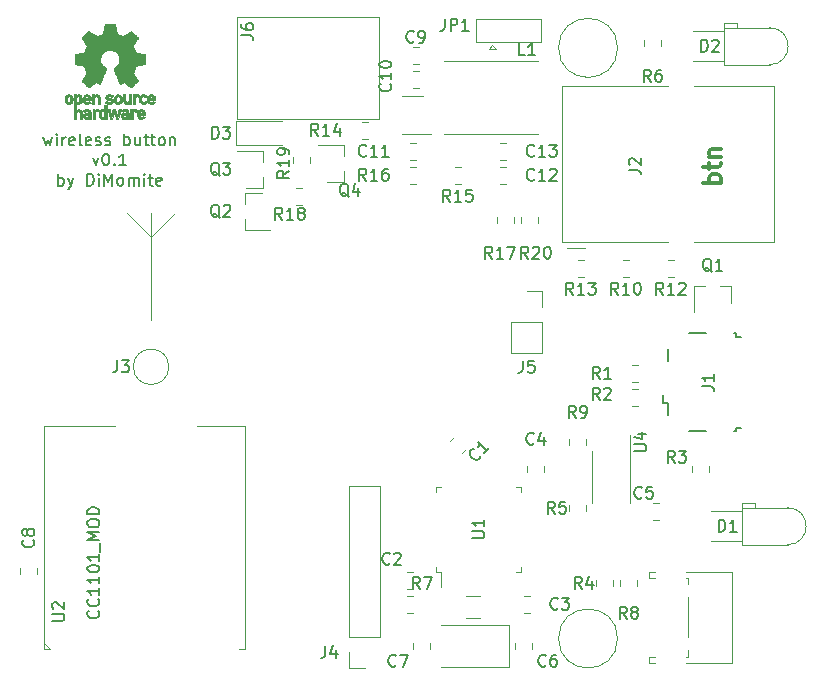
<source format=gbr>
%TF.GenerationSoftware,KiCad,Pcbnew,(5.1.6)-1*%
%TF.CreationDate,2021-04-28T12:39:19+02:00*%
%TF.ProjectId,wireless_button,77697265-6c65-4737-935f-627574746f6e,rev?*%
%TF.SameCoordinates,Original*%
%TF.FileFunction,Legend,Top*%
%TF.FilePolarity,Positive*%
%FSLAX46Y46*%
G04 Gerber Fmt 4.6, Leading zero omitted, Abs format (unit mm)*
G04 Created by KiCad (PCBNEW (5.1.6)-1) date 2021-04-28 12:39:19*
%MOMM*%
%LPD*%
G01*
G04 APERTURE LIST*
%ADD10C,0.200000*%
%ADD11C,0.120000*%
%ADD12C,0.300000*%
%ADD13C,0.010000*%
%ADD14C,0.100000*%
%ADD15C,0.150000*%
G04 APERTURE END LIST*
D10*
X78880952Y-82585714D02*
X79071428Y-83252380D01*
X79261904Y-82776190D01*
X79452380Y-83252380D01*
X79642857Y-82585714D01*
X80023809Y-83252380D02*
X80023809Y-82585714D01*
X80023809Y-82252380D02*
X79976190Y-82300000D01*
X80023809Y-82347619D01*
X80071428Y-82300000D01*
X80023809Y-82252380D01*
X80023809Y-82347619D01*
X80500000Y-83252380D02*
X80500000Y-82585714D01*
X80500000Y-82776190D02*
X80547619Y-82680952D01*
X80595238Y-82633333D01*
X80690476Y-82585714D01*
X80785714Y-82585714D01*
X81500000Y-83204761D02*
X81404761Y-83252380D01*
X81214285Y-83252380D01*
X81119047Y-83204761D01*
X81071428Y-83109523D01*
X81071428Y-82728571D01*
X81119047Y-82633333D01*
X81214285Y-82585714D01*
X81404761Y-82585714D01*
X81500000Y-82633333D01*
X81547619Y-82728571D01*
X81547619Y-82823809D01*
X81071428Y-82919047D01*
X82119047Y-83252380D02*
X82023809Y-83204761D01*
X81976190Y-83109523D01*
X81976190Y-82252380D01*
X82880952Y-83204761D02*
X82785714Y-83252380D01*
X82595238Y-83252380D01*
X82500000Y-83204761D01*
X82452380Y-83109523D01*
X82452380Y-82728571D01*
X82500000Y-82633333D01*
X82595238Y-82585714D01*
X82785714Y-82585714D01*
X82880952Y-82633333D01*
X82928571Y-82728571D01*
X82928571Y-82823809D01*
X82452380Y-82919047D01*
X83309523Y-83204761D02*
X83404761Y-83252380D01*
X83595238Y-83252380D01*
X83690476Y-83204761D01*
X83738095Y-83109523D01*
X83738095Y-83061904D01*
X83690476Y-82966666D01*
X83595238Y-82919047D01*
X83452380Y-82919047D01*
X83357142Y-82871428D01*
X83309523Y-82776190D01*
X83309523Y-82728571D01*
X83357142Y-82633333D01*
X83452380Y-82585714D01*
X83595238Y-82585714D01*
X83690476Y-82633333D01*
X84119047Y-83204761D02*
X84214285Y-83252380D01*
X84404761Y-83252380D01*
X84500000Y-83204761D01*
X84547619Y-83109523D01*
X84547619Y-83061904D01*
X84500000Y-82966666D01*
X84404761Y-82919047D01*
X84261904Y-82919047D01*
X84166666Y-82871428D01*
X84119047Y-82776190D01*
X84119047Y-82728571D01*
X84166666Y-82633333D01*
X84261904Y-82585714D01*
X84404761Y-82585714D01*
X84500000Y-82633333D01*
X85738095Y-83252380D02*
X85738095Y-82252380D01*
X85738095Y-82633333D02*
X85833333Y-82585714D01*
X86023809Y-82585714D01*
X86119047Y-82633333D01*
X86166666Y-82680952D01*
X86214285Y-82776190D01*
X86214285Y-83061904D01*
X86166666Y-83157142D01*
X86119047Y-83204761D01*
X86023809Y-83252380D01*
X85833333Y-83252380D01*
X85738095Y-83204761D01*
X87071428Y-82585714D02*
X87071428Y-83252380D01*
X86642857Y-82585714D02*
X86642857Y-83109523D01*
X86690476Y-83204761D01*
X86785714Y-83252380D01*
X86928571Y-83252380D01*
X87023809Y-83204761D01*
X87071428Y-83157142D01*
X87404761Y-82585714D02*
X87785714Y-82585714D01*
X87547619Y-82252380D02*
X87547619Y-83109523D01*
X87595238Y-83204761D01*
X87690476Y-83252380D01*
X87785714Y-83252380D01*
X87976190Y-82585714D02*
X88357142Y-82585714D01*
X88119047Y-82252380D02*
X88119047Y-83109523D01*
X88166666Y-83204761D01*
X88261904Y-83252380D01*
X88357142Y-83252380D01*
X88833333Y-83252380D02*
X88738095Y-83204761D01*
X88690476Y-83157142D01*
X88642857Y-83061904D01*
X88642857Y-82776190D01*
X88690476Y-82680952D01*
X88738095Y-82633333D01*
X88833333Y-82585714D01*
X88976190Y-82585714D01*
X89071428Y-82633333D01*
X89119047Y-82680952D01*
X89166666Y-82776190D01*
X89166666Y-83061904D01*
X89119047Y-83157142D01*
X89071428Y-83204761D01*
X88976190Y-83252380D01*
X88833333Y-83252380D01*
X89595238Y-82585714D02*
X89595238Y-83252380D01*
X89595238Y-82680952D02*
X89642857Y-82633333D01*
X89738095Y-82585714D01*
X89880952Y-82585714D01*
X89976190Y-82633333D01*
X90023809Y-82728571D01*
X90023809Y-83252380D01*
X83071428Y-84285714D02*
X83309523Y-84952380D01*
X83547619Y-84285714D01*
X84119047Y-83952380D02*
X84214285Y-83952380D01*
X84309523Y-84000000D01*
X84357142Y-84047619D01*
X84404761Y-84142857D01*
X84452380Y-84333333D01*
X84452380Y-84571428D01*
X84404761Y-84761904D01*
X84357142Y-84857142D01*
X84309523Y-84904761D01*
X84214285Y-84952380D01*
X84119047Y-84952380D01*
X84023809Y-84904761D01*
X83976190Y-84857142D01*
X83928571Y-84761904D01*
X83880952Y-84571428D01*
X83880952Y-84333333D01*
X83928571Y-84142857D01*
X83976190Y-84047619D01*
X84023809Y-84000000D01*
X84119047Y-83952380D01*
X84880952Y-84857142D02*
X84928571Y-84904761D01*
X84880952Y-84952380D01*
X84833333Y-84904761D01*
X84880952Y-84857142D01*
X84880952Y-84952380D01*
X85880952Y-84952380D02*
X85309523Y-84952380D01*
X85595238Y-84952380D02*
X85595238Y-83952380D01*
X85500000Y-84095238D01*
X85404761Y-84190476D01*
X85309523Y-84238095D01*
X80142857Y-86652380D02*
X80142857Y-85652380D01*
X80142857Y-86033333D02*
X80238095Y-85985714D01*
X80428571Y-85985714D01*
X80523809Y-86033333D01*
X80571428Y-86080952D01*
X80619047Y-86176190D01*
X80619047Y-86461904D01*
X80571428Y-86557142D01*
X80523809Y-86604761D01*
X80428571Y-86652380D01*
X80238095Y-86652380D01*
X80142857Y-86604761D01*
X80952380Y-85985714D02*
X81190476Y-86652380D01*
X81428571Y-85985714D02*
X81190476Y-86652380D01*
X81095238Y-86890476D01*
X81047619Y-86938095D01*
X80952380Y-86985714D01*
X82571428Y-86652380D02*
X82571428Y-85652380D01*
X82809523Y-85652380D01*
X82952380Y-85700000D01*
X83047619Y-85795238D01*
X83095238Y-85890476D01*
X83142857Y-86080952D01*
X83142857Y-86223809D01*
X83095238Y-86414285D01*
X83047619Y-86509523D01*
X82952380Y-86604761D01*
X82809523Y-86652380D01*
X82571428Y-86652380D01*
X83571428Y-86652380D02*
X83571428Y-85985714D01*
X83571428Y-85652380D02*
X83523809Y-85700000D01*
X83571428Y-85747619D01*
X83619047Y-85700000D01*
X83571428Y-85652380D01*
X83571428Y-85747619D01*
X84047619Y-86652380D02*
X84047619Y-85652380D01*
X84380952Y-86366666D01*
X84714285Y-85652380D01*
X84714285Y-86652380D01*
X85333333Y-86652380D02*
X85238095Y-86604761D01*
X85190476Y-86557142D01*
X85142857Y-86461904D01*
X85142857Y-86176190D01*
X85190476Y-86080952D01*
X85238095Y-86033333D01*
X85333333Y-85985714D01*
X85476190Y-85985714D01*
X85571428Y-86033333D01*
X85619047Y-86080952D01*
X85666666Y-86176190D01*
X85666666Y-86461904D01*
X85619047Y-86557142D01*
X85571428Y-86604761D01*
X85476190Y-86652380D01*
X85333333Y-86652380D01*
X86095238Y-86652380D02*
X86095238Y-85985714D01*
X86095238Y-86080952D02*
X86142857Y-86033333D01*
X86238095Y-85985714D01*
X86380952Y-85985714D01*
X86476190Y-86033333D01*
X86523809Y-86128571D01*
X86523809Y-86652380D01*
X86523809Y-86128571D02*
X86571428Y-86033333D01*
X86666666Y-85985714D01*
X86809523Y-85985714D01*
X86904761Y-86033333D01*
X86952380Y-86128571D01*
X86952380Y-86652380D01*
X87428571Y-86652380D02*
X87428571Y-85985714D01*
X87428571Y-85652380D02*
X87380952Y-85700000D01*
X87428571Y-85747619D01*
X87476190Y-85700000D01*
X87428571Y-85652380D01*
X87428571Y-85747619D01*
X87761904Y-85985714D02*
X88142857Y-85985714D01*
X87904761Y-85652380D02*
X87904761Y-86509523D01*
X87952380Y-86604761D01*
X88047619Y-86652380D01*
X88142857Y-86652380D01*
X88857142Y-86604761D02*
X88761904Y-86652380D01*
X88571428Y-86652380D01*
X88476190Y-86604761D01*
X88428571Y-86509523D01*
X88428571Y-86128571D01*
X88476190Y-86033333D01*
X88571428Y-85985714D01*
X88761904Y-85985714D01*
X88857142Y-86033333D01*
X88904761Y-86128571D01*
X88904761Y-86223809D01*
X88428571Y-86319047D01*
D11*
X88000000Y-91000000D02*
X90000000Y-89000000D01*
X86000000Y-89000000D02*
X88000000Y-91000000D01*
X88000000Y-89000000D02*
X88000000Y-98000000D01*
X127500000Y-75000000D02*
G75*
G03*
X127500000Y-75000000I-2500000J0D01*
G01*
X127500000Y-125000000D02*
G75*
G03*
X127500000Y-125000000I-2500000J0D01*
G01*
D12*
X136238571Y-86428571D02*
X134738571Y-86428571D01*
X135310000Y-86428571D02*
X135238571Y-86285714D01*
X135238571Y-86000000D01*
X135310000Y-85857142D01*
X135381428Y-85785714D01*
X135524285Y-85714285D01*
X135952857Y-85714285D01*
X136095714Y-85785714D01*
X136167142Y-85857142D01*
X136238571Y-86000000D01*
X136238571Y-86285714D01*
X136167142Y-86428571D01*
X135238571Y-85285714D02*
X135238571Y-84714285D01*
X134738571Y-85071428D02*
X136024285Y-85071428D01*
X136167142Y-85000000D01*
X136238571Y-84857142D01*
X136238571Y-84714285D01*
X135238571Y-84214285D02*
X136238571Y-84214285D01*
X135381428Y-84214285D02*
X135310000Y-84142857D01*
X135238571Y-84000000D01*
X135238571Y-83785714D01*
X135310000Y-83642857D01*
X135452857Y-83571428D01*
X136238571Y-83571428D01*
D13*
%TO.C,REF\u002A\u002A*%
G36*
X85000964Y-73398576D02*
G01*
X85076513Y-73799322D01*
X85634041Y-74029154D01*
X85968465Y-73801748D01*
X86062122Y-73738431D01*
X86146782Y-73681896D01*
X86218495Y-73634727D01*
X86273311Y-73599502D01*
X86307280Y-73578805D01*
X86316530Y-73574342D01*
X86333195Y-73585820D01*
X86368806Y-73617551D01*
X86419371Y-73665483D01*
X86480900Y-73725562D01*
X86549399Y-73793733D01*
X86620879Y-73865945D01*
X86691347Y-73938142D01*
X86756811Y-74006273D01*
X86813280Y-74066283D01*
X86856763Y-74114119D01*
X86883268Y-74145727D01*
X86889605Y-74156305D01*
X86880486Y-74175806D01*
X86854920Y-74218531D01*
X86815597Y-74280298D01*
X86765203Y-74356931D01*
X86706427Y-74444248D01*
X86672368Y-74494052D01*
X86610289Y-74584993D01*
X86555126Y-74667059D01*
X86509554Y-74736163D01*
X86476250Y-74788222D01*
X86457890Y-74819150D01*
X86455131Y-74825650D01*
X86461385Y-74844121D01*
X86478434Y-74887172D01*
X86503703Y-74948749D01*
X86534622Y-75022799D01*
X86568618Y-75103270D01*
X86603118Y-75184107D01*
X86635551Y-75259258D01*
X86663343Y-75322671D01*
X86683923Y-75368293D01*
X86694719Y-75390069D01*
X86695356Y-75390926D01*
X86712307Y-75395084D01*
X86757451Y-75404361D01*
X86826110Y-75417844D01*
X86913602Y-75434621D01*
X87015250Y-75453781D01*
X87074556Y-75464830D01*
X87183172Y-75485510D01*
X87281277Y-75505189D01*
X87363909Y-75522789D01*
X87426104Y-75537233D01*
X87462899Y-75547446D01*
X87470296Y-75550686D01*
X87477540Y-75572617D01*
X87483385Y-75622147D01*
X87487835Y-75693485D01*
X87490893Y-75780839D01*
X87492565Y-75878417D01*
X87492853Y-75980426D01*
X87491761Y-76081075D01*
X87489294Y-76174572D01*
X87485456Y-76255125D01*
X87480250Y-76316942D01*
X87473681Y-76354230D01*
X87469741Y-76361993D01*
X87446188Y-76371298D01*
X87396282Y-76384600D01*
X87326623Y-76400337D01*
X87243813Y-76416946D01*
X87214905Y-76422319D01*
X87075531Y-76447848D01*
X86965436Y-76468408D01*
X86880982Y-76484815D01*
X86818530Y-76497887D01*
X86774444Y-76508441D01*
X86745085Y-76517294D01*
X86726815Y-76525263D01*
X86715998Y-76533165D01*
X86714485Y-76534727D01*
X86699377Y-76559886D01*
X86676329Y-76608850D01*
X86647644Y-76675621D01*
X86615622Y-76754205D01*
X86582565Y-76838607D01*
X86550773Y-76922830D01*
X86522549Y-77000879D01*
X86500193Y-77066759D01*
X86486007Y-77114473D01*
X86482293Y-77138027D01*
X86482602Y-77138852D01*
X86495189Y-77158104D01*
X86523744Y-77200463D01*
X86565267Y-77261521D01*
X86616756Y-77336868D01*
X86675211Y-77422096D01*
X86691858Y-77446315D01*
X86751215Y-77534123D01*
X86803447Y-77614238D01*
X86845708Y-77682062D01*
X86875153Y-77732993D01*
X86888937Y-77762431D01*
X86889605Y-77766048D01*
X86878024Y-77785057D01*
X86846024Y-77822714D01*
X86797718Y-77874973D01*
X86737220Y-77937786D01*
X86668644Y-78007106D01*
X86596104Y-78078885D01*
X86523712Y-78149077D01*
X86455584Y-78213635D01*
X86395832Y-78268510D01*
X86348571Y-78309656D01*
X86317913Y-78333026D01*
X86309432Y-78336842D01*
X86289691Y-78327855D01*
X86249274Y-78303616D01*
X86194763Y-78268209D01*
X86152823Y-78239711D01*
X86076829Y-78187418D01*
X85986834Y-78125845D01*
X85896564Y-78064370D01*
X85848032Y-78031469D01*
X85683762Y-77920359D01*
X85545869Y-77994916D01*
X85483049Y-78027578D01*
X85429629Y-78052966D01*
X85393484Y-78067446D01*
X85384284Y-78069460D01*
X85373221Y-78054584D01*
X85351394Y-78012547D01*
X85320434Y-77947227D01*
X85281970Y-77862500D01*
X85237632Y-77762245D01*
X85189047Y-77650339D01*
X85137846Y-77530659D01*
X85085659Y-77407084D01*
X85034113Y-77283491D01*
X84984840Y-77163757D01*
X84939467Y-77051759D01*
X84899625Y-76951377D01*
X84866942Y-76866486D01*
X84843049Y-76800965D01*
X84829574Y-76758690D01*
X84827406Y-76744172D01*
X84844583Y-76725653D01*
X84882190Y-76695590D01*
X84932366Y-76660232D01*
X84936578Y-76657434D01*
X85066264Y-76553625D01*
X85170834Y-76432515D01*
X85249381Y-76297976D01*
X85300999Y-76153882D01*
X85324782Y-76004105D01*
X85319823Y-75852517D01*
X85285217Y-75702992D01*
X85220057Y-75559400D01*
X85200886Y-75527984D01*
X85101174Y-75401125D01*
X84983377Y-75299255D01*
X84851571Y-75222904D01*
X84709833Y-75172602D01*
X84562242Y-75148879D01*
X84412873Y-75152265D01*
X84265803Y-75183288D01*
X84125111Y-75242480D01*
X83994873Y-75330369D01*
X83954586Y-75366042D01*
X83852055Y-75477706D01*
X83777341Y-75595257D01*
X83726090Y-75727020D01*
X83697546Y-75857507D01*
X83690500Y-76004216D01*
X83713996Y-76151653D01*
X83765649Y-76294834D01*
X83843071Y-76428777D01*
X83943875Y-76548498D01*
X84065676Y-76649014D01*
X84081684Y-76659609D01*
X84132398Y-76694306D01*
X84170950Y-76724370D01*
X84189381Y-76743565D01*
X84189649Y-76744172D01*
X84185692Y-76764936D01*
X84170007Y-76812062D01*
X84144222Y-76881673D01*
X84109969Y-76969893D01*
X84068877Y-77072844D01*
X84022576Y-77186650D01*
X83972696Y-77307435D01*
X83920867Y-77431321D01*
X83868719Y-77554432D01*
X83817882Y-77672891D01*
X83769987Y-77782823D01*
X83726662Y-77880349D01*
X83689538Y-77961593D01*
X83660244Y-78022679D01*
X83640412Y-78059730D01*
X83632426Y-78069460D01*
X83608021Y-78061883D01*
X83562358Y-78041560D01*
X83503310Y-78012125D01*
X83470840Y-77994916D01*
X83332947Y-77920359D01*
X83168677Y-78031469D01*
X83084821Y-78088390D01*
X82993013Y-78151030D01*
X82906980Y-78210011D01*
X82863887Y-78239711D01*
X82803277Y-78280410D01*
X82751955Y-78312663D01*
X82716615Y-78332384D01*
X82705137Y-78336554D01*
X82688430Y-78325307D01*
X82651454Y-78293911D01*
X82597795Y-78245624D01*
X82531038Y-78183708D01*
X82454766Y-78111421D01*
X82406527Y-78065008D01*
X82322133Y-77982087D01*
X82249197Y-77907920D01*
X82190669Y-77845680D01*
X82149497Y-77798541D01*
X82128628Y-77769673D01*
X82126626Y-77763815D01*
X82135917Y-77741532D01*
X82161591Y-77696477D01*
X82200800Y-77633211D01*
X82250697Y-77556295D01*
X82308433Y-77470292D01*
X82324851Y-77446315D01*
X82384677Y-77359170D01*
X82438350Y-77280710D01*
X82482870Y-77215345D01*
X82515235Y-77167484D01*
X82532445Y-77141535D01*
X82534107Y-77138852D01*
X82531621Y-77118172D01*
X82518423Y-77072704D01*
X82496814Y-77008444D01*
X82469096Y-76931387D01*
X82437570Y-76847529D01*
X82404537Y-76762866D01*
X82372299Y-76683392D01*
X82343157Y-76615104D01*
X82319412Y-76563997D01*
X82303365Y-76536067D01*
X82302225Y-76534727D01*
X82292412Y-76526745D01*
X82275839Y-76518851D01*
X82248868Y-76510229D01*
X82207861Y-76500062D01*
X82149180Y-76487531D01*
X82069187Y-76471821D01*
X81964245Y-76452113D01*
X81830715Y-76427592D01*
X81801804Y-76422319D01*
X81716118Y-76405764D01*
X81641418Y-76389569D01*
X81584306Y-76375296D01*
X81551383Y-76364508D01*
X81546969Y-76361993D01*
X81539694Y-76339696D01*
X81533781Y-76289869D01*
X81529234Y-76218304D01*
X81526055Y-76130793D01*
X81524251Y-76033128D01*
X81523823Y-75931101D01*
X81524777Y-75830503D01*
X81527116Y-75737127D01*
X81530844Y-75656765D01*
X81535966Y-75595209D01*
X81542484Y-75558250D01*
X81546414Y-75550686D01*
X81568292Y-75543056D01*
X81618109Y-75530642D01*
X81690903Y-75514522D01*
X81781711Y-75495773D01*
X81885569Y-75475471D01*
X81942154Y-75464830D01*
X82049514Y-75444760D01*
X82145254Y-75426580D01*
X82224694Y-75411199D01*
X82283154Y-75399531D01*
X82315955Y-75392488D01*
X82321354Y-75390926D01*
X82330478Y-75373322D01*
X82349765Y-75330918D01*
X82376645Y-75269772D01*
X82408546Y-75195943D01*
X82442898Y-75115489D01*
X82477129Y-75034468D01*
X82508669Y-74958937D01*
X82534946Y-74894955D01*
X82553389Y-74848580D01*
X82561429Y-74825869D01*
X82561578Y-74824876D01*
X82552465Y-74806961D01*
X82526914Y-74765733D01*
X82487612Y-74705291D01*
X82437243Y-74629731D01*
X82378494Y-74543152D01*
X82344342Y-74493421D01*
X82282110Y-74402236D01*
X82226836Y-74319449D01*
X82181218Y-74249249D01*
X82147952Y-74195824D01*
X82129736Y-74163361D01*
X82127105Y-74156083D01*
X82138414Y-74139145D01*
X82169681Y-74102978D01*
X82216910Y-74051635D01*
X82276108Y-73989167D01*
X82343281Y-73919626D01*
X82414434Y-73847065D01*
X82485574Y-73775535D01*
X82552707Y-73709087D01*
X82611839Y-73651774D01*
X82658975Y-73607647D01*
X82690123Y-73580759D01*
X82700543Y-73574342D01*
X82717509Y-73583365D01*
X82758089Y-73608715D01*
X82818337Y-73647810D01*
X82894307Y-73698071D01*
X82982054Y-73756917D01*
X83048244Y-73801748D01*
X83382668Y-74029154D01*
X83661433Y-73914238D01*
X83940197Y-73799322D01*
X84015746Y-73398576D01*
X84091294Y-72997829D01*
X84925415Y-72997829D01*
X85000964Y-73398576D01*
G37*
X85000964Y-73398576D02*
X85076513Y-73799322D01*
X85634041Y-74029154D01*
X85968465Y-73801748D01*
X86062122Y-73738431D01*
X86146782Y-73681896D01*
X86218495Y-73634727D01*
X86273311Y-73599502D01*
X86307280Y-73578805D01*
X86316530Y-73574342D01*
X86333195Y-73585820D01*
X86368806Y-73617551D01*
X86419371Y-73665483D01*
X86480900Y-73725562D01*
X86549399Y-73793733D01*
X86620879Y-73865945D01*
X86691347Y-73938142D01*
X86756811Y-74006273D01*
X86813280Y-74066283D01*
X86856763Y-74114119D01*
X86883268Y-74145727D01*
X86889605Y-74156305D01*
X86880486Y-74175806D01*
X86854920Y-74218531D01*
X86815597Y-74280298D01*
X86765203Y-74356931D01*
X86706427Y-74444248D01*
X86672368Y-74494052D01*
X86610289Y-74584993D01*
X86555126Y-74667059D01*
X86509554Y-74736163D01*
X86476250Y-74788222D01*
X86457890Y-74819150D01*
X86455131Y-74825650D01*
X86461385Y-74844121D01*
X86478434Y-74887172D01*
X86503703Y-74948749D01*
X86534622Y-75022799D01*
X86568618Y-75103270D01*
X86603118Y-75184107D01*
X86635551Y-75259258D01*
X86663343Y-75322671D01*
X86683923Y-75368293D01*
X86694719Y-75390069D01*
X86695356Y-75390926D01*
X86712307Y-75395084D01*
X86757451Y-75404361D01*
X86826110Y-75417844D01*
X86913602Y-75434621D01*
X87015250Y-75453781D01*
X87074556Y-75464830D01*
X87183172Y-75485510D01*
X87281277Y-75505189D01*
X87363909Y-75522789D01*
X87426104Y-75537233D01*
X87462899Y-75547446D01*
X87470296Y-75550686D01*
X87477540Y-75572617D01*
X87483385Y-75622147D01*
X87487835Y-75693485D01*
X87490893Y-75780839D01*
X87492565Y-75878417D01*
X87492853Y-75980426D01*
X87491761Y-76081075D01*
X87489294Y-76174572D01*
X87485456Y-76255125D01*
X87480250Y-76316942D01*
X87473681Y-76354230D01*
X87469741Y-76361993D01*
X87446188Y-76371298D01*
X87396282Y-76384600D01*
X87326623Y-76400337D01*
X87243813Y-76416946D01*
X87214905Y-76422319D01*
X87075531Y-76447848D01*
X86965436Y-76468408D01*
X86880982Y-76484815D01*
X86818530Y-76497887D01*
X86774444Y-76508441D01*
X86745085Y-76517294D01*
X86726815Y-76525263D01*
X86715998Y-76533165D01*
X86714485Y-76534727D01*
X86699377Y-76559886D01*
X86676329Y-76608850D01*
X86647644Y-76675621D01*
X86615622Y-76754205D01*
X86582565Y-76838607D01*
X86550773Y-76922830D01*
X86522549Y-77000879D01*
X86500193Y-77066759D01*
X86486007Y-77114473D01*
X86482293Y-77138027D01*
X86482602Y-77138852D01*
X86495189Y-77158104D01*
X86523744Y-77200463D01*
X86565267Y-77261521D01*
X86616756Y-77336868D01*
X86675211Y-77422096D01*
X86691858Y-77446315D01*
X86751215Y-77534123D01*
X86803447Y-77614238D01*
X86845708Y-77682062D01*
X86875153Y-77732993D01*
X86888937Y-77762431D01*
X86889605Y-77766048D01*
X86878024Y-77785057D01*
X86846024Y-77822714D01*
X86797718Y-77874973D01*
X86737220Y-77937786D01*
X86668644Y-78007106D01*
X86596104Y-78078885D01*
X86523712Y-78149077D01*
X86455584Y-78213635D01*
X86395832Y-78268510D01*
X86348571Y-78309656D01*
X86317913Y-78333026D01*
X86309432Y-78336842D01*
X86289691Y-78327855D01*
X86249274Y-78303616D01*
X86194763Y-78268209D01*
X86152823Y-78239711D01*
X86076829Y-78187418D01*
X85986834Y-78125845D01*
X85896564Y-78064370D01*
X85848032Y-78031469D01*
X85683762Y-77920359D01*
X85545869Y-77994916D01*
X85483049Y-78027578D01*
X85429629Y-78052966D01*
X85393484Y-78067446D01*
X85384284Y-78069460D01*
X85373221Y-78054584D01*
X85351394Y-78012547D01*
X85320434Y-77947227D01*
X85281970Y-77862500D01*
X85237632Y-77762245D01*
X85189047Y-77650339D01*
X85137846Y-77530659D01*
X85085659Y-77407084D01*
X85034113Y-77283491D01*
X84984840Y-77163757D01*
X84939467Y-77051759D01*
X84899625Y-76951377D01*
X84866942Y-76866486D01*
X84843049Y-76800965D01*
X84829574Y-76758690D01*
X84827406Y-76744172D01*
X84844583Y-76725653D01*
X84882190Y-76695590D01*
X84932366Y-76660232D01*
X84936578Y-76657434D01*
X85066264Y-76553625D01*
X85170834Y-76432515D01*
X85249381Y-76297976D01*
X85300999Y-76153882D01*
X85324782Y-76004105D01*
X85319823Y-75852517D01*
X85285217Y-75702992D01*
X85220057Y-75559400D01*
X85200886Y-75527984D01*
X85101174Y-75401125D01*
X84983377Y-75299255D01*
X84851571Y-75222904D01*
X84709833Y-75172602D01*
X84562242Y-75148879D01*
X84412873Y-75152265D01*
X84265803Y-75183288D01*
X84125111Y-75242480D01*
X83994873Y-75330369D01*
X83954586Y-75366042D01*
X83852055Y-75477706D01*
X83777341Y-75595257D01*
X83726090Y-75727020D01*
X83697546Y-75857507D01*
X83690500Y-76004216D01*
X83713996Y-76151653D01*
X83765649Y-76294834D01*
X83843071Y-76428777D01*
X83943875Y-76548498D01*
X84065676Y-76649014D01*
X84081684Y-76659609D01*
X84132398Y-76694306D01*
X84170950Y-76724370D01*
X84189381Y-76743565D01*
X84189649Y-76744172D01*
X84185692Y-76764936D01*
X84170007Y-76812062D01*
X84144222Y-76881673D01*
X84109969Y-76969893D01*
X84068877Y-77072844D01*
X84022576Y-77186650D01*
X83972696Y-77307435D01*
X83920867Y-77431321D01*
X83868719Y-77554432D01*
X83817882Y-77672891D01*
X83769987Y-77782823D01*
X83726662Y-77880349D01*
X83689538Y-77961593D01*
X83660244Y-78022679D01*
X83640412Y-78059730D01*
X83632426Y-78069460D01*
X83608021Y-78061883D01*
X83562358Y-78041560D01*
X83503310Y-78012125D01*
X83470840Y-77994916D01*
X83332947Y-77920359D01*
X83168677Y-78031469D01*
X83084821Y-78088390D01*
X82993013Y-78151030D01*
X82906980Y-78210011D01*
X82863887Y-78239711D01*
X82803277Y-78280410D01*
X82751955Y-78312663D01*
X82716615Y-78332384D01*
X82705137Y-78336554D01*
X82688430Y-78325307D01*
X82651454Y-78293911D01*
X82597795Y-78245624D01*
X82531038Y-78183708D01*
X82454766Y-78111421D01*
X82406527Y-78065008D01*
X82322133Y-77982087D01*
X82249197Y-77907920D01*
X82190669Y-77845680D01*
X82149497Y-77798541D01*
X82128628Y-77769673D01*
X82126626Y-77763815D01*
X82135917Y-77741532D01*
X82161591Y-77696477D01*
X82200800Y-77633211D01*
X82250697Y-77556295D01*
X82308433Y-77470292D01*
X82324851Y-77446315D01*
X82384677Y-77359170D01*
X82438350Y-77280710D01*
X82482870Y-77215345D01*
X82515235Y-77167484D01*
X82532445Y-77141535D01*
X82534107Y-77138852D01*
X82531621Y-77118172D01*
X82518423Y-77072704D01*
X82496814Y-77008444D01*
X82469096Y-76931387D01*
X82437570Y-76847529D01*
X82404537Y-76762866D01*
X82372299Y-76683392D01*
X82343157Y-76615104D01*
X82319412Y-76563997D01*
X82303365Y-76536067D01*
X82302225Y-76534727D01*
X82292412Y-76526745D01*
X82275839Y-76518851D01*
X82248868Y-76510229D01*
X82207861Y-76500062D01*
X82149180Y-76487531D01*
X82069187Y-76471821D01*
X81964245Y-76452113D01*
X81830715Y-76427592D01*
X81801804Y-76422319D01*
X81716118Y-76405764D01*
X81641418Y-76389569D01*
X81584306Y-76375296D01*
X81551383Y-76364508D01*
X81546969Y-76361993D01*
X81539694Y-76339696D01*
X81533781Y-76289869D01*
X81529234Y-76218304D01*
X81526055Y-76130793D01*
X81524251Y-76033128D01*
X81523823Y-75931101D01*
X81524777Y-75830503D01*
X81527116Y-75737127D01*
X81530844Y-75656765D01*
X81535966Y-75595209D01*
X81542484Y-75558250D01*
X81546414Y-75550686D01*
X81568292Y-75543056D01*
X81618109Y-75530642D01*
X81690903Y-75514522D01*
X81781711Y-75495773D01*
X81885569Y-75475471D01*
X81942154Y-75464830D01*
X82049514Y-75444760D01*
X82145254Y-75426580D01*
X82224694Y-75411199D01*
X82283154Y-75399531D01*
X82315955Y-75392488D01*
X82321354Y-75390926D01*
X82330478Y-75373322D01*
X82349765Y-75330918D01*
X82376645Y-75269772D01*
X82408546Y-75195943D01*
X82442898Y-75115489D01*
X82477129Y-75034468D01*
X82508669Y-74958937D01*
X82534946Y-74894955D01*
X82553389Y-74848580D01*
X82561429Y-74825869D01*
X82561578Y-74824876D01*
X82552465Y-74806961D01*
X82526914Y-74765733D01*
X82487612Y-74705291D01*
X82437243Y-74629731D01*
X82378494Y-74543152D01*
X82344342Y-74493421D01*
X82282110Y-74402236D01*
X82226836Y-74319449D01*
X82181218Y-74249249D01*
X82147952Y-74195824D01*
X82129736Y-74163361D01*
X82127105Y-74156083D01*
X82138414Y-74139145D01*
X82169681Y-74102978D01*
X82216910Y-74051635D01*
X82276108Y-73989167D01*
X82343281Y-73919626D01*
X82414434Y-73847065D01*
X82485574Y-73775535D01*
X82552707Y-73709087D01*
X82611839Y-73651774D01*
X82658975Y-73607647D01*
X82690123Y-73580759D01*
X82700543Y-73574342D01*
X82717509Y-73583365D01*
X82758089Y-73608715D01*
X82818337Y-73647810D01*
X82894307Y-73698071D01*
X82982054Y-73756917D01*
X83048244Y-73801748D01*
X83382668Y-74029154D01*
X83661433Y-73914238D01*
X83940197Y-73799322D01*
X84015746Y-73398576D01*
X84091294Y-72997829D01*
X84925415Y-72997829D01*
X85000964Y-73398576D01*
G36*
X86891388Y-78937645D02*
G01*
X86948865Y-78955206D01*
X86985872Y-78977395D01*
X86997927Y-78994942D01*
X86994609Y-79015742D01*
X86973079Y-79048419D01*
X86954874Y-79071562D01*
X86917344Y-79113402D01*
X86889148Y-79131005D01*
X86865111Y-79129856D01*
X86793808Y-79111710D01*
X86741442Y-79112534D01*
X86698918Y-79133098D01*
X86684642Y-79145134D01*
X86638947Y-79187483D01*
X86638947Y-79740526D01*
X86455131Y-79740526D01*
X86455131Y-78938421D01*
X86547039Y-78938421D01*
X86602219Y-78940603D01*
X86630688Y-78948351D01*
X86638943Y-78963468D01*
X86638947Y-78963916D01*
X86642845Y-78979749D01*
X86660474Y-78977684D01*
X86684901Y-78966261D01*
X86735350Y-78945005D01*
X86776316Y-78932216D01*
X86829028Y-78928938D01*
X86891388Y-78937645D01*
G37*
X86891388Y-78937645D02*
X86948865Y-78955206D01*
X86985872Y-78977395D01*
X86997927Y-78994942D01*
X86994609Y-79015742D01*
X86973079Y-79048419D01*
X86954874Y-79071562D01*
X86917344Y-79113402D01*
X86889148Y-79131005D01*
X86865111Y-79129856D01*
X86793808Y-79111710D01*
X86741442Y-79112534D01*
X86698918Y-79133098D01*
X86684642Y-79145134D01*
X86638947Y-79187483D01*
X86638947Y-79740526D01*
X86455131Y-79740526D01*
X86455131Y-78938421D01*
X86547039Y-78938421D01*
X86602219Y-78940603D01*
X86630688Y-78948351D01*
X86638943Y-78963468D01*
X86638947Y-78963916D01*
X86642845Y-78979749D01*
X86660474Y-78977684D01*
X86684901Y-78966261D01*
X86735350Y-78945005D01*
X86776316Y-78932216D01*
X86829028Y-78928938D01*
X86891388Y-78937645D01*
G36*
X83497957Y-78952226D02*
G01*
X83539546Y-78972090D01*
X83579825Y-79000784D01*
X83610510Y-79033809D01*
X83632861Y-79075931D01*
X83648136Y-79131915D01*
X83657592Y-79206528D01*
X83662487Y-79304535D01*
X83664081Y-79430702D01*
X83664106Y-79443914D01*
X83664473Y-79740526D01*
X83480657Y-79740526D01*
X83480657Y-79467081D01*
X83480527Y-79365777D01*
X83479621Y-79292353D01*
X83477173Y-79241271D01*
X83472414Y-79206990D01*
X83464574Y-79183971D01*
X83452885Y-79166673D01*
X83436602Y-79149581D01*
X83379634Y-79112857D01*
X83317445Y-79106042D01*
X83258199Y-79129261D01*
X83237595Y-79146543D01*
X83222470Y-79162791D01*
X83211610Y-79180191D01*
X83204310Y-79204212D01*
X83199863Y-79240322D01*
X83197564Y-79293988D01*
X83196704Y-79370680D01*
X83196578Y-79464043D01*
X83196578Y-79740526D01*
X83012763Y-79740526D01*
X83012763Y-78938421D01*
X83104671Y-78938421D01*
X83159851Y-78940603D01*
X83188320Y-78948351D01*
X83196575Y-78963468D01*
X83196578Y-78963916D01*
X83200408Y-78978720D01*
X83217301Y-78977040D01*
X83250888Y-78960773D01*
X83327063Y-78936840D01*
X83414200Y-78934178D01*
X83497957Y-78952226D01*
G37*
X83497957Y-78952226D02*
X83539546Y-78972090D01*
X83579825Y-79000784D01*
X83610510Y-79033809D01*
X83632861Y-79075931D01*
X83648136Y-79131915D01*
X83657592Y-79206528D01*
X83662487Y-79304535D01*
X83664081Y-79430702D01*
X83664106Y-79443914D01*
X83664473Y-79740526D01*
X83480657Y-79740526D01*
X83480657Y-79467081D01*
X83480527Y-79365777D01*
X83479621Y-79292353D01*
X83477173Y-79241271D01*
X83472414Y-79206990D01*
X83464574Y-79183971D01*
X83452885Y-79166673D01*
X83436602Y-79149581D01*
X83379634Y-79112857D01*
X83317445Y-79106042D01*
X83258199Y-79129261D01*
X83237595Y-79146543D01*
X83222470Y-79162791D01*
X83211610Y-79180191D01*
X83204310Y-79204212D01*
X83199863Y-79240322D01*
X83197564Y-79293988D01*
X83196704Y-79370680D01*
X83196578Y-79464043D01*
X83196578Y-79740526D01*
X83012763Y-79740526D01*
X83012763Y-78938421D01*
X83104671Y-78938421D01*
X83159851Y-78940603D01*
X83188320Y-78948351D01*
X83196575Y-78963468D01*
X83196578Y-78963916D01*
X83200408Y-78978720D01*
X83217301Y-78977040D01*
X83250888Y-78960773D01*
X83327063Y-78936840D01*
X83414200Y-78934178D01*
X83497957Y-78952226D01*
G36*
X88058784Y-78935554D02*
G01*
X88101574Y-78945949D01*
X88183609Y-78984013D01*
X88253757Y-79042149D01*
X88302305Y-79111852D01*
X88308975Y-79127502D01*
X88318124Y-79168496D01*
X88324529Y-79229138D01*
X88326710Y-79290430D01*
X88326710Y-79406316D01*
X88084407Y-79406316D01*
X87984471Y-79406693D01*
X87914069Y-79408987D01*
X87869313Y-79414938D01*
X87846315Y-79426285D01*
X87841189Y-79444771D01*
X87850048Y-79472136D01*
X87865917Y-79504155D01*
X87910184Y-79557592D01*
X87971699Y-79584215D01*
X88046885Y-79583347D01*
X88132053Y-79554371D01*
X88205659Y-79518611D01*
X88266734Y-79566904D01*
X88327810Y-79615197D01*
X88270351Y-79668285D01*
X88193641Y-79718445D01*
X88099302Y-79748688D01*
X87997827Y-79757151D01*
X87899711Y-79741974D01*
X87883881Y-79736824D01*
X87797647Y-79691791D01*
X87733501Y-79624652D01*
X87690091Y-79533405D01*
X87666064Y-79416044D01*
X87665784Y-79413529D01*
X87663633Y-79285627D01*
X87672329Y-79239997D01*
X87842105Y-79239997D01*
X87857697Y-79247013D01*
X87900029Y-79252388D01*
X87962434Y-79255457D01*
X88001981Y-79255921D01*
X88075728Y-79255630D01*
X88121840Y-79253783D01*
X88146100Y-79248912D01*
X88154294Y-79239555D01*
X88152206Y-79224245D01*
X88150455Y-79218322D01*
X88120560Y-79162668D01*
X88073542Y-79117815D01*
X88032049Y-79098105D01*
X87976926Y-79099295D01*
X87921068Y-79123875D01*
X87874212Y-79164570D01*
X87846094Y-79214108D01*
X87842105Y-79239997D01*
X87672329Y-79239997D01*
X87685074Y-79173133D01*
X87727611Y-79078727D01*
X87788747Y-79005088D01*
X87865985Y-78954893D01*
X87956830Y-78930822D01*
X88058784Y-78935554D01*
G37*
X88058784Y-78935554D02*
X88101574Y-78945949D01*
X88183609Y-78984013D01*
X88253757Y-79042149D01*
X88302305Y-79111852D01*
X88308975Y-79127502D01*
X88318124Y-79168496D01*
X88324529Y-79229138D01*
X88326710Y-79290430D01*
X88326710Y-79406316D01*
X88084407Y-79406316D01*
X87984471Y-79406693D01*
X87914069Y-79408987D01*
X87869313Y-79414938D01*
X87846315Y-79426285D01*
X87841189Y-79444771D01*
X87850048Y-79472136D01*
X87865917Y-79504155D01*
X87910184Y-79557592D01*
X87971699Y-79584215D01*
X88046885Y-79583347D01*
X88132053Y-79554371D01*
X88205659Y-79518611D01*
X88266734Y-79566904D01*
X88327810Y-79615197D01*
X88270351Y-79668285D01*
X88193641Y-79718445D01*
X88099302Y-79748688D01*
X87997827Y-79757151D01*
X87899711Y-79741974D01*
X87883881Y-79736824D01*
X87797647Y-79691791D01*
X87733501Y-79624652D01*
X87690091Y-79533405D01*
X87666064Y-79416044D01*
X87665784Y-79413529D01*
X87663633Y-79285627D01*
X87672329Y-79239997D01*
X87842105Y-79239997D01*
X87857697Y-79247013D01*
X87900029Y-79252388D01*
X87962434Y-79255457D01*
X88001981Y-79255921D01*
X88075728Y-79255630D01*
X88121840Y-79253783D01*
X88146100Y-79248912D01*
X88154294Y-79239555D01*
X88152206Y-79224245D01*
X88150455Y-79218322D01*
X88120560Y-79162668D01*
X88073542Y-79117815D01*
X88032049Y-79098105D01*
X87976926Y-79099295D01*
X87921068Y-79123875D01*
X87874212Y-79164570D01*
X87846094Y-79214108D01*
X87842105Y-79239997D01*
X87672329Y-79239997D01*
X87685074Y-79173133D01*
X87727611Y-79078727D01*
X87788747Y-79005088D01*
X87865985Y-78954893D01*
X87956830Y-78930822D01*
X88058784Y-78935554D01*
G36*
X87446576Y-78945419D02*
G01*
X87543395Y-78986549D01*
X87573890Y-79006571D01*
X87612865Y-79037340D01*
X87637331Y-79061533D01*
X87641578Y-79069413D01*
X87629584Y-79086899D01*
X87598887Y-79116570D01*
X87574312Y-79137279D01*
X87507046Y-79191336D01*
X87453930Y-79146642D01*
X87412884Y-79117789D01*
X87372863Y-79107829D01*
X87327059Y-79110261D01*
X87254324Y-79128345D01*
X87204256Y-79165881D01*
X87173829Y-79226562D01*
X87160017Y-79314081D01*
X87160013Y-79314136D01*
X87161208Y-79411958D01*
X87179772Y-79483730D01*
X87216804Y-79532595D01*
X87242050Y-79549143D01*
X87309097Y-79569749D01*
X87380709Y-79569762D01*
X87443015Y-79549768D01*
X87457763Y-79540000D01*
X87494750Y-79515047D01*
X87523668Y-79510958D01*
X87554856Y-79529530D01*
X87589336Y-79562887D01*
X87643912Y-79619196D01*
X87583318Y-79669142D01*
X87489698Y-79725513D01*
X87384125Y-79753293D01*
X87273798Y-79751282D01*
X87201343Y-79732862D01*
X87116656Y-79687310D01*
X87048927Y-79615650D01*
X87018157Y-79565066D01*
X86993236Y-79492488D01*
X86980766Y-79400569D01*
X86980670Y-79300948D01*
X86992870Y-79205267D01*
X87017290Y-79125169D01*
X87021136Y-79116956D01*
X87078093Y-79036413D01*
X87155209Y-78977771D01*
X87246390Y-78942247D01*
X87345543Y-78931057D01*
X87446576Y-78945419D01*
G37*
X87446576Y-78945419D02*
X87543395Y-78986549D01*
X87573890Y-79006571D01*
X87612865Y-79037340D01*
X87637331Y-79061533D01*
X87641578Y-79069413D01*
X87629584Y-79086899D01*
X87598887Y-79116570D01*
X87574312Y-79137279D01*
X87507046Y-79191336D01*
X87453930Y-79146642D01*
X87412884Y-79117789D01*
X87372863Y-79107829D01*
X87327059Y-79110261D01*
X87254324Y-79128345D01*
X87204256Y-79165881D01*
X87173829Y-79226562D01*
X87160017Y-79314081D01*
X87160013Y-79314136D01*
X87161208Y-79411958D01*
X87179772Y-79483730D01*
X87216804Y-79532595D01*
X87242050Y-79549143D01*
X87309097Y-79569749D01*
X87380709Y-79569762D01*
X87443015Y-79549768D01*
X87457763Y-79540000D01*
X87494750Y-79515047D01*
X87523668Y-79510958D01*
X87554856Y-79529530D01*
X87589336Y-79562887D01*
X87643912Y-79619196D01*
X87583318Y-79669142D01*
X87489698Y-79725513D01*
X87384125Y-79753293D01*
X87273798Y-79751282D01*
X87201343Y-79732862D01*
X87116656Y-79687310D01*
X87048927Y-79615650D01*
X87018157Y-79565066D01*
X86993236Y-79492488D01*
X86980766Y-79400569D01*
X86980670Y-79300948D01*
X86992870Y-79205267D01*
X87017290Y-79125169D01*
X87021136Y-79116956D01*
X87078093Y-79036413D01*
X87155209Y-78977771D01*
X87246390Y-78942247D01*
X87345543Y-78931057D01*
X87446576Y-78945419D01*
G36*
X85820131Y-79198533D02*
G01*
X85821710Y-79321089D01*
X85827481Y-79414179D01*
X85838991Y-79481651D01*
X85857790Y-79527355D01*
X85885426Y-79555139D01*
X85923448Y-79568854D01*
X85970526Y-79572358D01*
X86019832Y-79568432D01*
X86057283Y-79554089D01*
X86084428Y-79525478D01*
X86102815Y-79478751D01*
X86113993Y-79410058D01*
X86119511Y-79315550D01*
X86120921Y-79198533D01*
X86120921Y-78938421D01*
X86304736Y-78938421D01*
X86304736Y-79740526D01*
X86212828Y-79740526D01*
X86157422Y-79738281D01*
X86128891Y-79730396D01*
X86120921Y-79715428D01*
X86116120Y-79702097D01*
X86097014Y-79704917D01*
X86058504Y-79723783D01*
X85970239Y-79752887D01*
X85876623Y-79750825D01*
X85786921Y-79719221D01*
X85744204Y-79694257D01*
X85711621Y-79667226D01*
X85687817Y-79633405D01*
X85671439Y-79588068D01*
X85661131Y-79526489D01*
X85655541Y-79443943D01*
X85653312Y-79335705D01*
X85653026Y-79252004D01*
X85653026Y-78938421D01*
X85820131Y-78938421D01*
X85820131Y-79198533D01*
G37*
X85820131Y-79198533D02*
X85821710Y-79321089D01*
X85827481Y-79414179D01*
X85838991Y-79481651D01*
X85857790Y-79527355D01*
X85885426Y-79555139D01*
X85923448Y-79568854D01*
X85970526Y-79572358D01*
X86019832Y-79568432D01*
X86057283Y-79554089D01*
X86084428Y-79525478D01*
X86102815Y-79478751D01*
X86113993Y-79410058D01*
X86119511Y-79315550D01*
X86120921Y-79198533D01*
X86120921Y-78938421D01*
X86304736Y-78938421D01*
X86304736Y-79740526D01*
X86212828Y-79740526D01*
X86157422Y-79738281D01*
X86128891Y-79730396D01*
X86120921Y-79715428D01*
X86116120Y-79702097D01*
X86097014Y-79704917D01*
X86058504Y-79723783D01*
X85970239Y-79752887D01*
X85876623Y-79750825D01*
X85786921Y-79719221D01*
X85744204Y-79694257D01*
X85711621Y-79667226D01*
X85687817Y-79633405D01*
X85671439Y-79588068D01*
X85661131Y-79526489D01*
X85655541Y-79443943D01*
X85653312Y-79335705D01*
X85653026Y-79252004D01*
X85653026Y-78938421D01*
X85820131Y-78938421D01*
X85820131Y-79198533D01*
G36*
X85311669Y-78948310D02*
G01*
X85396192Y-78994340D01*
X85462321Y-79067006D01*
X85493478Y-79126106D01*
X85506855Y-79178305D01*
X85515522Y-79252719D01*
X85519237Y-79338442D01*
X85517754Y-79424569D01*
X85510831Y-79500193D01*
X85502745Y-79540584D01*
X85475465Y-79595840D01*
X85428220Y-79654530D01*
X85371282Y-79705852D01*
X85314924Y-79739005D01*
X85313550Y-79739531D01*
X85243616Y-79754018D01*
X85160737Y-79754377D01*
X85081977Y-79741188D01*
X85051566Y-79730617D01*
X84973239Y-79686201D01*
X84917143Y-79628007D01*
X84880286Y-79550965D01*
X84859680Y-79450001D01*
X84855018Y-79397116D01*
X84855613Y-79330663D01*
X85034736Y-79330663D01*
X85040770Y-79427630D01*
X85058138Y-79501523D01*
X85085740Y-79548736D01*
X85105404Y-79562237D01*
X85155787Y-79571651D01*
X85215673Y-79568864D01*
X85267449Y-79555316D01*
X85281027Y-79547862D01*
X85316849Y-79504451D01*
X85340493Y-79438014D01*
X85350558Y-79357161D01*
X85345642Y-79270502D01*
X85334655Y-79218349D01*
X85303109Y-79157951D01*
X85253311Y-79120197D01*
X85193337Y-79107143D01*
X85131264Y-79120849D01*
X85083582Y-79154372D01*
X85058525Y-79182031D01*
X85043900Y-79209294D01*
X85036929Y-79246190D01*
X85034833Y-79302750D01*
X85034736Y-79330663D01*
X84855613Y-79330663D01*
X84856282Y-79255994D01*
X84879265Y-79140271D01*
X84923972Y-79049941D01*
X84990405Y-78985000D01*
X85078565Y-78945445D01*
X85097495Y-78940858D01*
X85211266Y-78930090D01*
X85311669Y-78948310D01*
G37*
X85311669Y-78948310D02*
X85396192Y-78994340D01*
X85462321Y-79067006D01*
X85493478Y-79126106D01*
X85506855Y-79178305D01*
X85515522Y-79252719D01*
X85519237Y-79338442D01*
X85517754Y-79424569D01*
X85510831Y-79500193D01*
X85502745Y-79540584D01*
X85475465Y-79595840D01*
X85428220Y-79654530D01*
X85371282Y-79705852D01*
X85314924Y-79739005D01*
X85313550Y-79739531D01*
X85243616Y-79754018D01*
X85160737Y-79754377D01*
X85081977Y-79741188D01*
X85051566Y-79730617D01*
X84973239Y-79686201D01*
X84917143Y-79628007D01*
X84880286Y-79550965D01*
X84859680Y-79450001D01*
X84855018Y-79397116D01*
X84855613Y-79330663D01*
X85034736Y-79330663D01*
X85040770Y-79427630D01*
X85058138Y-79501523D01*
X85085740Y-79548736D01*
X85105404Y-79562237D01*
X85155787Y-79571651D01*
X85215673Y-79568864D01*
X85267449Y-79555316D01*
X85281027Y-79547862D01*
X85316849Y-79504451D01*
X85340493Y-79438014D01*
X85350558Y-79357161D01*
X85345642Y-79270502D01*
X85334655Y-79218349D01*
X85303109Y-79157951D01*
X85253311Y-79120197D01*
X85193337Y-79107143D01*
X85131264Y-79120849D01*
X85083582Y-79154372D01*
X85058525Y-79182031D01*
X85043900Y-79209294D01*
X85036929Y-79246190D01*
X85034833Y-79302750D01*
X85034736Y-79330663D01*
X84855613Y-79330663D01*
X84856282Y-79255994D01*
X84879265Y-79140271D01*
X84923972Y-79049941D01*
X84990405Y-78985000D01*
X85078565Y-78945445D01*
X85097495Y-78940858D01*
X85211266Y-78930090D01*
X85311669Y-78948310D01*
G36*
X84518628Y-78935547D02*
G01*
X84581908Y-78947548D01*
X84647557Y-78972648D01*
X84654572Y-78975848D01*
X84704356Y-79002026D01*
X84738834Y-79026353D01*
X84749978Y-79041937D01*
X84739366Y-79067353D01*
X84713588Y-79104853D01*
X84702146Y-79118852D01*
X84654992Y-79173954D01*
X84594201Y-79138086D01*
X84536347Y-79114192D01*
X84469500Y-79101420D01*
X84405394Y-79100613D01*
X84355764Y-79112615D01*
X84343854Y-79120105D01*
X84321172Y-79154450D01*
X84318416Y-79194013D01*
X84335388Y-79224920D01*
X84345427Y-79230913D01*
X84375510Y-79238357D01*
X84428389Y-79247106D01*
X84493575Y-79255467D01*
X84505600Y-79256778D01*
X84610297Y-79274888D01*
X84686232Y-79305651D01*
X84736592Y-79351907D01*
X84764564Y-79416497D01*
X84773278Y-79495387D01*
X84761240Y-79585065D01*
X84722151Y-79655486D01*
X84655855Y-79706777D01*
X84562194Y-79739067D01*
X84458223Y-79751807D01*
X84373438Y-79751654D01*
X84304665Y-79740083D01*
X84257697Y-79724109D01*
X84198350Y-79696275D01*
X84143506Y-79663973D01*
X84124013Y-79649755D01*
X84073881Y-79608835D01*
X84194803Y-79486477D01*
X84263543Y-79531967D01*
X84332488Y-79566133D01*
X84406111Y-79584004D01*
X84476883Y-79585889D01*
X84537274Y-79572101D01*
X84579757Y-79542949D01*
X84593474Y-79518352D01*
X84591417Y-79478904D01*
X84557330Y-79448737D01*
X84491308Y-79427906D01*
X84418974Y-79418279D01*
X84307652Y-79399910D01*
X84224952Y-79365254D01*
X84169765Y-79313297D01*
X84140988Y-79243023D01*
X84137001Y-79159707D01*
X84156693Y-79072681D01*
X84201589Y-79006902D01*
X84272091Y-78962068D01*
X84368601Y-78937879D01*
X84440100Y-78933137D01*
X84518628Y-78935547D01*
G37*
X84518628Y-78935547D02*
X84581908Y-78947548D01*
X84647557Y-78972648D01*
X84654572Y-78975848D01*
X84704356Y-79002026D01*
X84738834Y-79026353D01*
X84749978Y-79041937D01*
X84739366Y-79067353D01*
X84713588Y-79104853D01*
X84702146Y-79118852D01*
X84654992Y-79173954D01*
X84594201Y-79138086D01*
X84536347Y-79114192D01*
X84469500Y-79101420D01*
X84405394Y-79100613D01*
X84355764Y-79112615D01*
X84343854Y-79120105D01*
X84321172Y-79154450D01*
X84318416Y-79194013D01*
X84335388Y-79224920D01*
X84345427Y-79230913D01*
X84375510Y-79238357D01*
X84428389Y-79247106D01*
X84493575Y-79255467D01*
X84505600Y-79256778D01*
X84610297Y-79274888D01*
X84686232Y-79305651D01*
X84736592Y-79351907D01*
X84764564Y-79416497D01*
X84773278Y-79495387D01*
X84761240Y-79585065D01*
X84722151Y-79655486D01*
X84655855Y-79706777D01*
X84562194Y-79739067D01*
X84458223Y-79751807D01*
X84373438Y-79751654D01*
X84304665Y-79740083D01*
X84257697Y-79724109D01*
X84198350Y-79696275D01*
X84143506Y-79663973D01*
X84124013Y-79649755D01*
X84073881Y-79608835D01*
X84194803Y-79486477D01*
X84263543Y-79531967D01*
X84332488Y-79566133D01*
X84406111Y-79584004D01*
X84476883Y-79585889D01*
X84537274Y-79572101D01*
X84579757Y-79542949D01*
X84593474Y-79518352D01*
X84591417Y-79478904D01*
X84557330Y-79448737D01*
X84491308Y-79427906D01*
X84418974Y-79418279D01*
X84307652Y-79399910D01*
X84224952Y-79365254D01*
X84169765Y-79313297D01*
X84140988Y-79243023D01*
X84137001Y-79159707D01*
X84156693Y-79072681D01*
X84201589Y-79006902D01*
X84272091Y-78962068D01*
X84368601Y-78937879D01*
X84440100Y-78933137D01*
X84518628Y-78935547D01*
G36*
X82697018Y-78957027D02*
G01*
X82713670Y-78964866D01*
X82771305Y-79007086D01*
X82825805Y-79068700D01*
X82866499Y-79136543D01*
X82878074Y-79167734D01*
X82888634Y-79223449D01*
X82894931Y-79290781D01*
X82895696Y-79318585D01*
X82895789Y-79406316D01*
X82390850Y-79406316D01*
X82401613Y-79452270D01*
X82428033Y-79506620D01*
X82474222Y-79553591D01*
X82529172Y-79583848D01*
X82564189Y-79590131D01*
X82611677Y-79582506D01*
X82668335Y-79563383D01*
X82687582Y-79554584D01*
X82758759Y-79519036D01*
X82819502Y-79565367D01*
X82854552Y-79596703D01*
X82873202Y-79622567D01*
X82874147Y-79630158D01*
X82857485Y-79648556D01*
X82820970Y-79676515D01*
X82787828Y-79698327D01*
X82698393Y-79737537D01*
X82598129Y-79755285D01*
X82498754Y-79750670D01*
X82419539Y-79726551D01*
X82337880Y-79674884D01*
X82279849Y-79606856D01*
X82243546Y-79518843D01*
X82227072Y-79407216D01*
X82225611Y-79356138D01*
X82231457Y-79239091D01*
X82232175Y-79235686D01*
X82399489Y-79235686D01*
X82404097Y-79246662D01*
X82423036Y-79252715D01*
X82462098Y-79255310D01*
X82527077Y-79255910D01*
X82552097Y-79255921D01*
X82628221Y-79255014D01*
X82676496Y-79251720D01*
X82702460Y-79245181D01*
X82711648Y-79234537D01*
X82711973Y-79231119D01*
X82701487Y-79203956D01*
X82675242Y-79165903D01*
X82663959Y-79152579D01*
X82622072Y-79114896D01*
X82578409Y-79100080D01*
X82554885Y-79098842D01*
X82491243Y-79114329D01*
X82437873Y-79155930D01*
X82404019Y-79216353D01*
X82403419Y-79218322D01*
X82399489Y-79235686D01*
X82232175Y-79235686D01*
X82250899Y-79146928D01*
X82285922Y-79073190D01*
X82328756Y-79020848D01*
X82407948Y-78964092D01*
X82501040Y-78933762D01*
X82600055Y-78931021D01*
X82697018Y-78957027D01*
G37*
X82697018Y-78957027D02*
X82713670Y-78964866D01*
X82771305Y-79007086D01*
X82825805Y-79068700D01*
X82866499Y-79136543D01*
X82878074Y-79167734D01*
X82888634Y-79223449D01*
X82894931Y-79290781D01*
X82895696Y-79318585D01*
X82895789Y-79406316D01*
X82390850Y-79406316D01*
X82401613Y-79452270D01*
X82428033Y-79506620D01*
X82474222Y-79553591D01*
X82529172Y-79583848D01*
X82564189Y-79590131D01*
X82611677Y-79582506D01*
X82668335Y-79563383D01*
X82687582Y-79554584D01*
X82758759Y-79519036D01*
X82819502Y-79565367D01*
X82854552Y-79596703D01*
X82873202Y-79622567D01*
X82874147Y-79630158D01*
X82857485Y-79648556D01*
X82820970Y-79676515D01*
X82787828Y-79698327D01*
X82698393Y-79737537D01*
X82598129Y-79755285D01*
X82498754Y-79750670D01*
X82419539Y-79726551D01*
X82337880Y-79674884D01*
X82279849Y-79606856D01*
X82243546Y-79518843D01*
X82227072Y-79407216D01*
X82225611Y-79356138D01*
X82231457Y-79239091D01*
X82232175Y-79235686D01*
X82399489Y-79235686D01*
X82404097Y-79246662D01*
X82423036Y-79252715D01*
X82462098Y-79255310D01*
X82527077Y-79255910D01*
X82552097Y-79255921D01*
X82628221Y-79255014D01*
X82676496Y-79251720D01*
X82702460Y-79245181D01*
X82711648Y-79234537D01*
X82711973Y-79231119D01*
X82701487Y-79203956D01*
X82675242Y-79165903D01*
X82663959Y-79152579D01*
X82622072Y-79114896D01*
X82578409Y-79100080D01*
X82554885Y-79098842D01*
X82491243Y-79114329D01*
X82437873Y-79155930D01*
X82404019Y-79216353D01*
X82403419Y-79218322D01*
X82399489Y-79235686D01*
X82232175Y-79235686D01*
X82250899Y-79146928D01*
X82285922Y-79073190D01*
X82328756Y-79020848D01*
X82407948Y-78964092D01*
X82501040Y-78933762D01*
X82600055Y-78931021D01*
X82697018Y-78957027D01*
G36*
X81126784Y-78947104D02*
G01*
X81214205Y-78985754D01*
X81280570Y-79050290D01*
X81325976Y-79140812D01*
X81350518Y-79257418D01*
X81352277Y-79275624D01*
X81353656Y-79403984D01*
X81335784Y-79516496D01*
X81299750Y-79607688D01*
X81280455Y-79637022D01*
X81213245Y-79699106D01*
X81127650Y-79739316D01*
X81031890Y-79756003D01*
X80934187Y-79747517D01*
X80859917Y-79721380D01*
X80796047Y-79677335D01*
X80743846Y-79619587D01*
X80742943Y-79618236D01*
X80721744Y-79582593D01*
X80707967Y-79546752D01*
X80699624Y-79501519D01*
X80694727Y-79437701D01*
X80692569Y-79385368D01*
X80691671Y-79337910D01*
X80858743Y-79337910D01*
X80860376Y-79385154D01*
X80866304Y-79448046D01*
X80876761Y-79488407D01*
X80895619Y-79517122D01*
X80913281Y-79533896D01*
X80975894Y-79569016D01*
X81041408Y-79573710D01*
X81102421Y-79548440D01*
X81132928Y-79520124D01*
X81154911Y-79491589D01*
X81167769Y-79464284D01*
X81173412Y-79428750D01*
X81173751Y-79375524D01*
X81172012Y-79326506D01*
X81168271Y-79256482D01*
X81162341Y-79211064D01*
X81151653Y-79181440D01*
X81133639Y-79158797D01*
X81119363Y-79145855D01*
X81059651Y-79111860D01*
X80995234Y-79110165D01*
X80941219Y-79130301D01*
X80895140Y-79172352D01*
X80867689Y-79241428D01*
X80858743Y-79337910D01*
X80691671Y-79337910D01*
X80690599Y-79281299D01*
X80693964Y-79203468D01*
X80704045Y-79144930D01*
X80722226Y-79098737D01*
X80749890Y-79057942D01*
X80760146Y-79045828D01*
X80824278Y-78985474D01*
X80893066Y-78950220D01*
X80977189Y-78935450D01*
X81018209Y-78934243D01*
X81126784Y-78947104D01*
G37*
X81126784Y-78947104D02*
X81214205Y-78985754D01*
X81280570Y-79050290D01*
X81325976Y-79140812D01*
X81350518Y-79257418D01*
X81352277Y-79275624D01*
X81353656Y-79403984D01*
X81335784Y-79516496D01*
X81299750Y-79607688D01*
X81280455Y-79637022D01*
X81213245Y-79699106D01*
X81127650Y-79739316D01*
X81031890Y-79756003D01*
X80934187Y-79747517D01*
X80859917Y-79721380D01*
X80796047Y-79677335D01*
X80743846Y-79619587D01*
X80742943Y-79618236D01*
X80721744Y-79582593D01*
X80707967Y-79546752D01*
X80699624Y-79501519D01*
X80694727Y-79437701D01*
X80692569Y-79385368D01*
X80691671Y-79337910D01*
X80858743Y-79337910D01*
X80860376Y-79385154D01*
X80866304Y-79448046D01*
X80876761Y-79488407D01*
X80895619Y-79517122D01*
X80913281Y-79533896D01*
X80975894Y-79569016D01*
X81041408Y-79573710D01*
X81102421Y-79548440D01*
X81132928Y-79520124D01*
X81154911Y-79491589D01*
X81167769Y-79464284D01*
X81173412Y-79428750D01*
X81173751Y-79375524D01*
X81172012Y-79326506D01*
X81168271Y-79256482D01*
X81162341Y-79211064D01*
X81151653Y-79181440D01*
X81133639Y-79158797D01*
X81119363Y-79145855D01*
X81059651Y-79111860D01*
X80995234Y-79110165D01*
X80941219Y-79130301D01*
X80895140Y-79172352D01*
X80867689Y-79241428D01*
X80858743Y-79337910D01*
X80691671Y-79337910D01*
X80690599Y-79281299D01*
X80693964Y-79203468D01*
X80704045Y-79144930D01*
X80722226Y-79098737D01*
X80749890Y-79057942D01*
X80760146Y-79045828D01*
X80824278Y-78985474D01*
X80893066Y-78950220D01*
X80977189Y-78935450D01*
X81018209Y-78934243D01*
X81126784Y-78947104D01*
G36*
X87201193Y-80196078D02*
G01*
X87281068Y-80216845D01*
X87347962Y-80259705D01*
X87380351Y-80291723D01*
X87433445Y-80367413D01*
X87463873Y-80455216D01*
X87474327Y-80563150D01*
X87474380Y-80571875D01*
X87474473Y-80659605D01*
X86969534Y-80659605D01*
X86980298Y-80705559D01*
X86999732Y-80747178D01*
X87033745Y-80790544D01*
X87040860Y-80797467D01*
X87102003Y-80834935D01*
X87171729Y-80841289D01*
X87251987Y-80816638D01*
X87265592Y-80810000D01*
X87307319Y-80789819D01*
X87335268Y-80778321D01*
X87340145Y-80777258D01*
X87357168Y-80787583D01*
X87389633Y-80812845D01*
X87406114Y-80826650D01*
X87440264Y-80858361D01*
X87451478Y-80879299D01*
X87443695Y-80898560D01*
X87439535Y-80903827D01*
X87411357Y-80926878D01*
X87364862Y-80954892D01*
X87332434Y-80971246D01*
X87240385Y-81000059D01*
X87138476Y-81009395D01*
X87041963Y-80998332D01*
X87014934Y-80990412D01*
X86931276Y-80945581D01*
X86869266Y-80876598D01*
X86828545Y-80782794D01*
X86808755Y-80663498D01*
X86806582Y-80601118D01*
X86812926Y-80510298D01*
X86973157Y-80510298D01*
X86988655Y-80517012D01*
X87030312Y-80522280D01*
X87090876Y-80525389D01*
X87131907Y-80525921D01*
X87205711Y-80525408D01*
X87252293Y-80523006D01*
X87277848Y-80517422D01*
X87288569Y-80507361D01*
X87290657Y-80492763D01*
X87276331Y-80447796D01*
X87240262Y-80403353D01*
X87192815Y-80369242D01*
X87145349Y-80355288D01*
X87080879Y-80367666D01*
X87025070Y-80403452D01*
X86986374Y-80455033D01*
X86973157Y-80510298D01*
X86812926Y-80510298D01*
X86815821Y-80468866D01*
X86844336Y-80363498D01*
X86892729Y-80284178D01*
X86961604Y-80230071D01*
X87051565Y-80200343D01*
X87100300Y-80194618D01*
X87201193Y-80196078D01*
G37*
X87201193Y-80196078D02*
X87281068Y-80216845D01*
X87347962Y-80259705D01*
X87380351Y-80291723D01*
X87433445Y-80367413D01*
X87463873Y-80455216D01*
X87474327Y-80563150D01*
X87474380Y-80571875D01*
X87474473Y-80659605D01*
X86969534Y-80659605D01*
X86980298Y-80705559D01*
X86999732Y-80747178D01*
X87033745Y-80790544D01*
X87040860Y-80797467D01*
X87102003Y-80834935D01*
X87171729Y-80841289D01*
X87251987Y-80816638D01*
X87265592Y-80810000D01*
X87307319Y-80789819D01*
X87335268Y-80778321D01*
X87340145Y-80777258D01*
X87357168Y-80787583D01*
X87389633Y-80812845D01*
X87406114Y-80826650D01*
X87440264Y-80858361D01*
X87451478Y-80879299D01*
X87443695Y-80898560D01*
X87439535Y-80903827D01*
X87411357Y-80926878D01*
X87364862Y-80954892D01*
X87332434Y-80971246D01*
X87240385Y-81000059D01*
X87138476Y-81009395D01*
X87041963Y-80998332D01*
X87014934Y-80990412D01*
X86931276Y-80945581D01*
X86869266Y-80876598D01*
X86828545Y-80782794D01*
X86808755Y-80663498D01*
X86806582Y-80601118D01*
X86812926Y-80510298D01*
X86973157Y-80510298D01*
X86988655Y-80517012D01*
X87030312Y-80522280D01*
X87090876Y-80525389D01*
X87131907Y-80525921D01*
X87205711Y-80525408D01*
X87252293Y-80523006D01*
X87277848Y-80517422D01*
X87288569Y-80507361D01*
X87290657Y-80492763D01*
X87276331Y-80447796D01*
X87240262Y-80403353D01*
X87192815Y-80369242D01*
X87145349Y-80355288D01*
X87080879Y-80367666D01*
X87025070Y-80403452D01*
X86986374Y-80455033D01*
X86973157Y-80510298D01*
X86812926Y-80510298D01*
X86815821Y-80468866D01*
X86844336Y-80363498D01*
X86892729Y-80284178D01*
X86961604Y-80230071D01*
X87051565Y-80200343D01*
X87100300Y-80194618D01*
X87201193Y-80196078D01*
G36*
X86673167Y-80191447D02*
G01*
X86737408Y-80204112D01*
X86773980Y-80222864D01*
X86812453Y-80254017D01*
X86757717Y-80323127D01*
X86723969Y-80364979D01*
X86701053Y-80385398D01*
X86678279Y-80388517D01*
X86644956Y-80378472D01*
X86629314Y-80372789D01*
X86565542Y-80364404D01*
X86507140Y-80382378D01*
X86464264Y-80422982D01*
X86457299Y-80435929D01*
X86449713Y-80470224D01*
X86443859Y-80533427D01*
X86440011Y-80621060D01*
X86438443Y-80728640D01*
X86438421Y-80743944D01*
X86438421Y-81010526D01*
X86254605Y-81010526D01*
X86254605Y-80191710D01*
X86346513Y-80191710D01*
X86399507Y-80193094D01*
X86427115Y-80199252D01*
X86437324Y-80213194D01*
X86438421Y-80226344D01*
X86438421Y-80260978D01*
X86482450Y-80226344D01*
X86532937Y-80202716D01*
X86600760Y-80191033D01*
X86673167Y-80191447D01*
G37*
X86673167Y-80191447D02*
X86737408Y-80204112D01*
X86773980Y-80222864D01*
X86812453Y-80254017D01*
X86757717Y-80323127D01*
X86723969Y-80364979D01*
X86701053Y-80385398D01*
X86678279Y-80388517D01*
X86644956Y-80378472D01*
X86629314Y-80372789D01*
X86565542Y-80364404D01*
X86507140Y-80382378D01*
X86464264Y-80422982D01*
X86457299Y-80435929D01*
X86449713Y-80470224D01*
X86443859Y-80533427D01*
X86440011Y-80621060D01*
X86438443Y-80728640D01*
X86438421Y-80743944D01*
X86438421Y-81010526D01*
X86254605Y-81010526D01*
X86254605Y-80191710D01*
X86346513Y-80191710D01*
X86399507Y-80193094D01*
X86427115Y-80199252D01*
X86437324Y-80213194D01*
X86438421Y-80226344D01*
X86438421Y-80260978D01*
X86482450Y-80226344D01*
X86532937Y-80202716D01*
X86600760Y-80191033D01*
X86673167Y-80191447D01*
G36*
X85879992Y-80196673D02*
G01*
X85950427Y-80213780D01*
X85970787Y-80222844D01*
X86010253Y-80246583D01*
X86040541Y-80273321D01*
X86062952Y-80307699D01*
X86078786Y-80354360D01*
X86089343Y-80417946D01*
X86095924Y-80503099D01*
X86099828Y-80614462D01*
X86101310Y-80688849D01*
X86106765Y-81010526D01*
X86013580Y-81010526D01*
X85957047Y-81008156D01*
X85927922Y-81000055D01*
X85920394Y-80986451D01*
X85916420Y-80971741D01*
X85898652Y-80974554D01*
X85874440Y-80986348D01*
X85813828Y-81004427D01*
X85735929Y-81009299D01*
X85653995Y-81001330D01*
X85581281Y-80980889D01*
X85574759Y-80978051D01*
X85508302Y-80931365D01*
X85464491Y-80866464D01*
X85444332Y-80790600D01*
X85445872Y-80763344D01*
X85610345Y-80763344D01*
X85624837Y-80800024D01*
X85667805Y-80826309D01*
X85737129Y-80840417D01*
X85774177Y-80842290D01*
X85835919Y-80837494D01*
X85876960Y-80818858D01*
X85886973Y-80810000D01*
X85914100Y-80761806D01*
X85920394Y-80718092D01*
X85920394Y-80659605D01*
X85838930Y-80659605D01*
X85744234Y-80664432D01*
X85677813Y-80679613D01*
X85635846Y-80706200D01*
X85626449Y-80718052D01*
X85610345Y-80763344D01*
X85445872Y-80763344D01*
X85448829Y-80711026D01*
X85478985Y-80634995D01*
X85520131Y-80583612D01*
X85545052Y-80561397D01*
X85569448Y-80546798D01*
X85601191Y-80537897D01*
X85648152Y-80532775D01*
X85718204Y-80529515D01*
X85745990Y-80528577D01*
X85920394Y-80522879D01*
X85920138Y-80470091D01*
X85913384Y-80414603D01*
X85888964Y-80381052D01*
X85839630Y-80359618D01*
X85838306Y-80359236D01*
X85768360Y-80350808D01*
X85699914Y-80361816D01*
X85649047Y-80388585D01*
X85628637Y-80401803D01*
X85606654Y-80399974D01*
X85572826Y-80380824D01*
X85552961Y-80367308D01*
X85514106Y-80338432D01*
X85490038Y-80316786D01*
X85486176Y-80310589D01*
X85502079Y-80278519D01*
X85549065Y-80240219D01*
X85569473Y-80227297D01*
X85628143Y-80205041D01*
X85707212Y-80192432D01*
X85795041Y-80189600D01*
X85879992Y-80196673D01*
G37*
X85879992Y-80196673D02*
X85950427Y-80213780D01*
X85970787Y-80222844D01*
X86010253Y-80246583D01*
X86040541Y-80273321D01*
X86062952Y-80307699D01*
X86078786Y-80354360D01*
X86089343Y-80417946D01*
X86095924Y-80503099D01*
X86099828Y-80614462D01*
X86101310Y-80688849D01*
X86106765Y-81010526D01*
X86013580Y-81010526D01*
X85957047Y-81008156D01*
X85927922Y-81000055D01*
X85920394Y-80986451D01*
X85916420Y-80971741D01*
X85898652Y-80974554D01*
X85874440Y-80986348D01*
X85813828Y-81004427D01*
X85735929Y-81009299D01*
X85653995Y-81001330D01*
X85581281Y-80980889D01*
X85574759Y-80978051D01*
X85508302Y-80931365D01*
X85464491Y-80866464D01*
X85444332Y-80790600D01*
X85445872Y-80763344D01*
X85610345Y-80763344D01*
X85624837Y-80800024D01*
X85667805Y-80826309D01*
X85737129Y-80840417D01*
X85774177Y-80842290D01*
X85835919Y-80837494D01*
X85876960Y-80818858D01*
X85886973Y-80810000D01*
X85914100Y-80761806D01*
X85920394Y-80718092D01*
X85920394Y-80659605D01*
X85838930Y-80659605D01*
X85744234Y-80664432D01*
X85677813Y-80679613D01*
X85635846Y-80706200D01*
X85626449Y-80718052D01*
X85610345Y-80763344D01*
X85445872Y-80763344D01*
X85448829Y-80711026D01*
X85478985Y-80634995D01*
X85520131Y-80583612D01*
X85545052Y-80561397D01*
X85569448Y-80546798D01*
X85601191Y-80537897D01*
X85648152Y-80532775D01*
X85718204Y-80529515D01*
X85745990Y-80528577D01*
X85920394Y-80522879D01*
X85920138Y-80470091D01*
X85913384Y-80414603D01*
X85888964Y-80381052D01*
X85839630Y-80359618D01*
X85838306Y-80359236D01*
X85768360Y-80350808D01*
X85699914Y-80361816D01*
X85649047Y-80388585D01*
X85628637Y-80401803D01*
X85606654Y-80399974D01*
X85572826Y-80380824D01*
X85552961Y-80367308D01*
X85514106Y-80338432D01*
X85490038Y-80316786D01*
X85486176Y-80310589D01*
X85502079Y-80278519D01*
X85549065Y-80240219D01*
X85569473Y-80227297D01*
X85628143Y-80205041D01*
X85707212Y-80192432D01*
X85795041Y-80189600D01*
X85879992Y-80196673D01*
G36*
X84874130Y-80195104D02*
G01*
X84940220Y-80200066D01*
X85026626Y-80459079D01*
X85113031Y-80718092D01*
X85140124Y-80626184D01*
X85156428Y-80569384D01*
X85177875Y-80492625D01*
X85201035Y-80408251D01*
X85213280Y-80362993D01*
X85259344Y-80191710D01*
X85449387Y-80191710D01*
X85392582Y-80371349D01*
X85364607Y-80459704D01*
X85330813Y-80566281D01*
X85295520Y-80677454D01*
X85264013Y-80776579D01*
X85192250Y-81002171D01*
X85037286Y-81012253D01*
X84995270Y-80873528D01*
X84969359Y-80787351D01*
X84941083Y-80692347D01*
X84916369Y-80608441D01*
X84915394Y-80605102D01*
X84896935Y-80548248D01*
X84880649Y-80509456D01*
X84869242Y-80494787D01*
X84866898Y-80496483D01*
X84858671Y-80519225D01*
X84843038Y-80567940D01*
X84821904Y-80636502D01*
X84797170Y-80718785D01*
X84783787Y-80764046D01*
X84711311Y-81010526D01*
X84557495Y-81010526D01*
X84434531Y-80622006D01*
X84399988Y-80513022D01*
X84368521Y-80414048D01*
X84341616Y-80329736D01*
X84320759Y-80264734D01*
X84307438Y-80223692D01*
X84303388Y-80211701D01*
X84306594Y-80199423D01*
X84331765Y-80194046D01*
X84384146Y-80194584D01*
X84392345Y-80194990D01*
X84489482Y-80200066D01*
X84553100Y-80434013D01*
X84576484Y-80519333D01*
X84597381Y-80594335D01*
X84613951Y-80652507D01*
X84624354Y-80687337D01*
X84626276Y-80693016D01*
X84634241Y-80686486D01*
X84650304Y-80652654D01*
X84672621Y-80596127D01*
X84699345Y-80521510D01*
X84721937Y-80454107D01*
X84808041Y-80190143D01*
X84874130Y-80195104D01*
G37*
X84874130Y-80195104D02*
X84940220Y-80200066D01*
X85026626Y-80459079D01*
X85113031Y-80718092D01*
X85140124Y-80626184D01*
X85156428Y-80569384D01*
X85177875Y-80492625D01*
X85201035Y-80408251D01*
X85213280Y-80362993D01*
X85259344Y-80191710D01*
X85449387Y-80191710D01*
X85392582Y-80371349D01*
X85364607Y-80459704D01*
X85330813Y-80566281D01*
X85295520Y-80677454D01*
X85264013Y-80776579D01*
X85192250Y-81002171D01*
X85037286Y-81012253D01*
X84995270Y-80873528D01*
X84969359Y-80787351D01*
X84941083Y-80692347D01*
X84916369Y-80608441D01*
X84915394Y-80605102D01*
X84896935Y-80548248D01*
X84880649Y-80509456D01*
X84869242Y-80494787D01*
X84866898Y-80496483D01*
X84858671Y-80519225D01*
X84843038Y-80567940D01*
X84821904Y-80636502D01*
X84797170Y-80718785D01*
X84783787Y-80764046D01*
X84711311Y-81010526D01*
X84557495Y-81010526D01*
X84434531Y-80622006D01*
X84399988Y-80513022D01*
X84368521Y-80414048D01*
X84341616Y-80329736D01*
X84320759Y-80264734D01*
X84307438Y-80223692D01*
X84303388Y-80211701D01*
X84306594Y-80199423D01*
X84331765Y-80194046D01*
X84384146Y-80194584D01*
X84392345Y-80194990D01*
X84489482Y-80200066D01*
X84553100Y-80434013D01*
X84576484Y-80519333D01*
X84597381Y-80594335D01*
X84613951Y-80652507D01*
X84624354Y-80687337D01*
X84626276Y-80693016D01*
X84634241Y-80686486D01*
X84650304Y-80652654D01*
X84672621Y-80596127D01*
X84699345Y-80521510D01*
X84721937Y-80454107D01*
X84808041Y-80190143D01*
X84874130Y-80195104D01*
G36*
X84232631Y-81010526D02*
G01*
X84140723Y-81010526D01*
X84087377Y-81008962D01*
X84059593Y-81002485D01*
X84049590Y-80988418D01*
X84048815Y-80978906D01*
X84047128Y-80959832D01*
X84036490Y-80956174D01*
X84008535Y-80967932D01*
X83986795Y-80978906D01*
X83903332Y-81004911D01*
X83812604Y-81006416D01*
X83738842Y-80987021D01*
X83670154Y-80940165D01*
X83617794Y-80871004D01*
X83589122Y-80789427D01*
X83588392Y-80784866D01*
X83584132Y-80735101D01*
X83582014Y-80663659D01*
X83582184Y-80609626D01*
X83764720Y-80609626D01*
X83768949Y-80681441D01*
X83778568Y-80740634D01*
X83791590Y-80774060D01*
X83840856Y-80819740D01*
X83899350Y-80836115D01*
X83959671Y-80822873D01*
X84011217Y-80783373D01*
X84030738Y-80756807D01*
X84042152Y-80725106D01*
X84047498Y-80678832D01*
X84048815Y-80609328D01*
X84046458Y-80540499D01*
X84040233Y-80480026D01*
X84031408Y-80439556D01*
X84029937Y-80435929D01*
X83994347Y-80392802D01*
X83942400Y-80369124D01*
X83884278Y-80365301D01*
X83830160Y-80381738D01*
X83790226Y-80418840D01*
X83786083Y-80426222D01*
X83773116Y-80471239D01*
X83766052Y-80535967D01*
X83764720Y-80609626D01*
X83582184Y-80609626D01*
X83582271Y-80582230D01*
X83583472Y-80538405D01*
X83591645Y-80429988D01*
X83608630Y-80348588D01*
X83636887Y-80288412D01*
X83678872Y-80243666D01*
X83719632Y-80217400D01*
X83776581Y-80198935D01*
X83847411Y-80192602D01*
X83919941Y-80197760D01*
X83981986Y-80213769D01*
X84014768Y-80232920D01*
X84048815Y-80263732D01*
X84048815Y-79874210D01*
X84232631Y-79874210D01*
X84232631Y-81010526D01*
G37*
X84232631Y-81010526D02*
X84140723Y-81010526D01*
X84087377Y-81008962D01*
X84059593Y-81002485D01*
X84049590Y-80988418D01*
X84048815Y-80978906D01*
X84047128Y-80959832D01*
X84036490Y-80956174D01*
X84008535Y-80967932D01*
X83986795Y-80978906D01*
X83903332Y-81004911D01*
X83812604Y-81006416D01*
X83738842Y-80987021D01*
X83670154Y-80940165D01*
X83617794Y-80871004D01*
X83589122Y-80789427D01*
X83588392Y-80784866D01*
X83584132Y-80735101D01*
X83582014Y-80663659D01*
X83582184Y-80609626D01*
X83764720Y-80609626D01*
X83768949Y-80681441D01*
X83778568Y-80740634D01*
X83791590Y-80774060D01*
X83840856Y-80819740D01*
X83899350Y-80836115D01*
X83959671Y-80822873D01*
X84011217Y-80783373D01*
X84030738Y-80756807D01*
X84042152Y-80725106D01*
X84047498Y-80678832D01*
X84048815Y-80609328D01*
X84046458Y-80540499D01*
X84040233Y-80480026D01*
X84031408Y-80439556D01*
X84029937Y-80435929D01*
X83994347Y-80392802D01*
X83942400Y-80369124D01*
X83884278Y-80365301D01*
X83830160Y-80381738D01*
X83790226Y-80418840D01*
X83786083Y-80426222D01*
X83773116Y-80471239D01*
X83766052Y-80535967D01*
X83764720Y-80609626D01*
X83582184Y-80609626D01*
X83582271Y-80582230D01*
X83583472Y-80538405D01*
X83591645Y-80429988D01*
X83608630Y-80348588D01*
X83636887Y-80288412D01*
X83678872Y-80243666D01*
X83719632Y-80217400D01*
X83776581Y-80198935D01*
X83847411Y-80192602D01*
X83919941Y-80197760D01*
X83981986Y-80213769D01*
X84014768Y-80232920D01*
X84048815Y-80263732D01*
X84048815Y-79874210D01*
X84232631Y-79874210D01*
X84232631Y-81010526D01*
G36*
X83179881Y-80193486D02*
G01*
X83204888Y-80200982D01*
X83212950Y-80217451D01*
X83213289Y-80224886D01*
X83214736Y-80245594D01*
X83224698Y-80248845D01*
X83251612Y-80234648D01*
X83267598Y-80224948D01*
X83318033Y-80204175D01*
X83378272Y-80193904D01*
X83441434Y-80193114D01*
X83500637Y-80200786D01*
X83549002Y-80215898D01*
X83579646Y-80237432D01*
X83585689Y-80264366D01*
X83582639Y-80271660D01*
X83560406Y-80301937D01*
X83525930Y-80339175D01*
X83519694Y-80345195D01*
X83486833Y-80372875D01*
X83458480Y-80381818D01*
X83418827Y-80375576D01*
X83402942Y-80371429D01*
X83353509Y-80361467D01*
X83318752Y-80365947D01*
X83289400Y-80381746D01*
X83262513Y-80402949D01*
X83242710Y-80429614D01*
X83228948Y-80466827D01*
X83220184Y-80519673D01*
X83215374Y-80593237D01*
X83213474Y-80692605D01*
X83213289Y-80752601D01*
X83213289Y-81010526D01*
X83046184Y-81010526D01*
X83046184Y-80191710D01*
X83129736Y-80191710D01*
X83179881Y-80193486D01*
G37*
X83179881Y-80193486D02*
X83204888Y-80200982D01*
X83212950Y-80217451D01*
X83213289Y-80224886D01*
X83214736Y-80245594D01*
X83224698Y-80248845D01*
X83251612Y-80234648D01*
X83267598Y-80224948D01*
X83318033Y-80204175D01*
X83378272Y-80193904D01*
X83441434Y-80193114D01*
X83500637Y-80200786D01*
X83549002Y-80215898D01*
X83579646Y-80237432D01*
X83585689Y-80264366D01*
X83582639Y-80271660D01*
X83560406Y-80301937D01*
X83525930Y-80339175D01*
X83519694Y-80345195D01*
X83486833Y-80372875D01*
X83458480Y-80381818D01*
X83418827Y-80375576D01*
X83402942Y-80371429D01*
X83353509Y-80361467D01*
X83318752Y-80365947D01*
X83289400Y-80381746D01*
X83262513Y-80402949D01*
X83242710Y-80429614D01*
X83228948Y-80466827D01*
X83220184Y-80519673D01*
X83215374Y-80593237D01*
X83213474Y-80692605D01*
X83213289Y-80752601D01*
X83213289Y-81010526D01*
X83046184Y-81010526D01*
X83046184Y-80191710D01*
X83129736Y-80191710D01*
X83179881Y-80193486D01*
G36*
X82660457Y-80198184D02*
G01*
X82739070Y-80219160D01*
X82798916Y-80257180D01*
X82841147Y-80306978D01*
X82854275Y-80328230D01*
X82863968Y-80350492D01*
X82870744Y-80378970D01*
X82875123Y-80418871D01*
X82877624Y-80475401D01*
X82878768Y-80553767D01*
X82879072Y-80659176D01*
X82879078Y-80687142D01*
X82879078Y-81010526D01*
X82798868Y-81010526D01*
X82747706Y-81006943D01*
X82709877Y-80997866D01*
X82700399Y-80992268D01*
X82674488Y-80982606D01*
X82648024Y-80992268D01*
X82604452Y-81004330D01*
X82541160Y-81009185D01*
X82471010Y-81007078D01*
X82406860Y-80998256D01*
X82369407Y-80986937D01*
X82296933Y-80940412D01*
X82251640Y-80875846D01*
X82231278Y-80790000D01*
X82231088Y-80787796D01*
X82232875Y-80749713D01*
X82394473Y-80749713D01*
X82408601Y-80793030D01*
X82431612Y-80817408D01*
X82477804Y-80835845D01*
X82538775Y-80843205D01*
X82600949Y-80839583D01*
X82650751Y-80825074D01*
X82664703Y-80815765D01*
X82689085Y-80772753D01*
X82695263Y-80723857D01*
X82695263Y-80659605D01*
X82602818Y-80659605D01*
X82514995Y-80666366D01*
X82448418Y-80685520D01*
X82407002Y-80715376D01*
X82394473Y-80749713D01*
X82232875Y-80749713D01*
X82235490Y-80694004D01*
X82266424Y-80619847D01*
X82324581Y-80563767D01*
X82332620Y-80558665D01*
X82367163Y-80542055D01*
X82409918Y-80531996D01*
X82469686Y-80527107D01*
X82540690Y-80525983D01*
X82695263Y-80525921D01*
X82695263Y-80461125D01*
X82688706Y-80410850D01*
X82671975Y-80377169D01*
X82670016Y-80375376D01*
X82632783Y-80360642D01*
X82576580Y-80354931D01*
X82514467Y-80357737D01*
X82459510Y-80368556D01*
X82426899Y-80384782D01*
X82409228Y-80397780D01*
X82390569Y-80400262D01*
X82364819Y-80389613D01*
X82325873Y-80363218D01*
X82267630Y-80318465D01*
X82262284Y-80314273D01*
X82265023Y-80298760D01*
X82287876Y-80272960D01*
X82322609Y-80244289D01*
X82360990Y-80220166D01*
X82373048Y-80214470D01*
X82417034Y-80203103D01*
X82481487Y-80194995D01*
X82553497Y-80191743D01*
X82556864Y-80191736D01*
X82660457Y-80198184D01*
G37*
X82660457Y-80198184D02*
X82739070Y-80219160D01*
X82798916Y-80257180D01*
X82841147Y-80306978D01*
X82854275Y-80328230D01*
X82863968Y-80350492D01*
X82870744Y-80378970D01*
X82875123Y-80418871D01*
X82877624Y-80475401D01*
X82878768Y-80553767D01*
X82879072Y-80659176D01*
X82879078Y-80687142D01*
X82879078Y-81010526D01*
X82798868Y-81010526D01*
X82747706Y-81006943D01*
X82709877Y-80997866D01*
X82700399Y-80992268D01*
X82674488Y-80982606D01*
X82648024Y-80992268D01*
X82604452Y-81004330D01*
X82541160Y-81009185D01*
X82471010Y-81007078D01*
X82406860Y-80998256D01*
X82369407Y-80986937D01*
X82296933Y-80940412D01*
X82251640Y-80875846D01*
X82231278Y-80790000D01*
X82231088Y-80787796D01*
X82232875Y-80749713D01*
X82394473Y-80749713D01*
X82408601Y-80793030D01*
X82431612Y-80817408D01*
X82477804Y-80835845D01*
X82538775Y-80843205D01*
X82600949Y-80839583D01*
X82650751Y-80825074D01*
X82664703Y-80815765D01*
X82689085Y-80772753D01*
X82695263Y-80723857D01*
X82695263Y-80659605D01*
X82602818Y-80659605D01*
X82514995Y-80666366D01*
X82448418Y-80685520D01*
X82407002Y-80715376D01*
X82394473Y-80749713D01*
X82232875Y-80749713D01*
X82235490Y-80694004D01*
X82266424Y-80619847D01*
X82324581Y-80563767D01*
X82332620Y-80558665D01*
X82367163Y-80542055D01*
X82409918Y-80531996D01*
X82469686Y-80527107D01*
X82540690Y-80525983D01*
X82695263Y-80525921D01*
X82695263Y-80461125D01*
X82688706Y-80410850D01*
X82671975Y-80377169D01*
X82670016Y-80375376D01*
X82632783Y-80360642D01*
X82576580Y-80354931D01*
X82514467Y-80357737D01*
X82459510Y-80368556D01*
X82426899Y-80384782D01*
X82409228Y-80397780D01*
X82390569Y-80400262D01*
X82364819Y-80389613D01*
X82325873Y-80363218D01*
X82267630Y-80318465D01*
X82262284Y-80314273D01*
X82265023Y-80298760D01*
X82287876Y-80272960D01*
X82322609Y-80244289D01*
X82360990Y-80220166D01*
X82373048Y-80214470D01*
X82417034Y-80203103D01*
X82481487Y-80194995D01*
X82553497Y-80191743D01*
X82556864Y-80191736D01*
X82660457Y-80198184D01*
G36*
X81963360Y-78952468D02*
G01*
X81998592Y-78969874D01*
X82042040Y-79000206D01*
X82073706Y-79033283D01*
X82095394Y-79074817D01*
X82108903Y-79130522D01*
X82116038Y-79206111D01*
X82118600Y-79307296D01*
X82118750Y-79350797D01*
X82118312Y-79446135D01*
X82116496Y-79514271D01*
X82112545Y-79561418D01*
X82105702Y-79593790D01*
X82095211Y-79617600D01*
X82084296Y-79633843D01*
X82014619Y-79702952D01*
X81932566Y-79744521D01*
X81844050Y-79757023D01*
X81754981Y-79738934D01*
X81726763Y-79726142D01*
X81659210Y-79690931D01*
X81659210Y-80242700D01*
X81708512Y-80217205D01*
X81773473Y-80197480D01*
X81853320Y-80192427D01*
X81933052Y-80201756D01*
X81993265Y-80222714D01*
X82043208Y-80262627D01*
X82085881Y-80319741D01*
X82089090Y-80325605D01*
X82102622Y-80353227D01*
X82112505Y-80381068D01*
X82119309Y-80414794D01*
X82123601Y-80460071D01*
X82125951Y-80522562D01*
X82126928Y-80607935D01*
X82127105Y-80704010D01*
X82127105Y-81010526D01*
X81943289Y-81010526D01*
X81943289Y-80445339D01*
X81891875Y-80402077D01*
X81838466Y-80367472D01*
X81787888Y-80361180D01*
X81737030Y-80377372D01*
X81709925Y-80393227D01*
X81689751Y-80415810D01*
X81675403Y-80449940D01*
X81665776Y-80500434D01*
X81659763Y-80572111D01*
X81656260Y-80669788D01*
X81655026Y-80734802D01*
X81650855Y-81002171D01*
X81563125Y-81007222D01*
X81475394Y-81012273D01*
X81475394Y-79353101D01*
X81659210Y-79353101D01*
X81663896Y-79445600D01*
X81679688Y-79509809D01*
X81709183Y-79549759D01*
X81754980Y-79569480D01*
X81801250Y-79573421D01*
X81853628Y-79568892D01*
X81888390Y-79551069D01*
X81910128Y-79527519D01*
X81927240Y-79502189D01*
X81937427Y-79473969D01*
X81941960Y-79434431D01*
X81942109Y-79375142D01*
X81940584Y-79325498D01*
X81937081Y-79250710D01*
X81931867Y-79201611D01*
X81923087Y-79170467D01*
X81908886Y-79149545D01*
X81895484Y-79137452D01*
X81839487Y-79111081D01*
X81773211Y-79106822D01*
X81735156Y-79115906D01*
X81697477Y-79148196D01*
X81672519Y-79211006D01*
X81660422Y-79303894D01*
X81659210Y-79353101D01*
X81475394Y-79353101D01*
X81475394Y-78938421D01*
X81567302Y-78938421D01*
X81622483Y-78940603D01*
X81650952Y-78948351D01*
X81659206Y-78963468D01*
X81659210Y-78963916D01*
X81663040Y-78978720D01*
X81679933Y-78977039D01*
X81713519Y-78960772D01*
X81791778Y-78935887D01*
X81879827Y-78933271D01*
X81963360Y-78952468D01*
G37*
X81963360Y-78952468D02*
X81998592Y-78969874D01*
X82042040Y-79000206D01*
X82073706Y-79033283D01*
X82095394Y-79074817D01*
X82108903Y-79130522D01*
X82116038Y-79206111D01*
X82118600Y-79307296D01*
X82118750Y-79350797D01*
X82118312Y-79446135D01*
X82116496Y-79514271D01*
X82112545Y-79561418D01*
X82105702Y-79593790D01*
X82095211Y-79617600D01*
X82084296Y-79633843D01*
X82014619Y-79702952D01*
X81932566Y-79744521D01*
X81844050Y-79757023D01*
X81754981Y-79738934D01*
X81726763Y-79726142D01*
X81659210Y-79690931D01*
X81659210Y-80242700D01*
X81708512Y-80217205D01*
X81773473Y-80197480D01*
X81853320Y-80192427D01*
X81933052Y-80201756D01*
X81993265Y-80222714D01*
X82043208Y-80262627D01*
X82085881Y-80319741D01*
X82089090Y-80325605D01*
X82102622Y-80353227D01*
X82112505Y-80381068D01*
X82119309Y-80414794D01*
X82123601Y-80460071D01*
X82125951Y-80522562D01*
X82126928Y-80607935D01*
X82127105Y-80704010D01*
X82127105Y-81010526D01*
X81943289Y-81010526D01*
X81943289Y-80445339D01*
X81891875Y-80402077D01*
X81838466Y-80367472D01*
X81787888Y-80361180D01*
X81737030Y-80377372D01*
X81709925Y-80393227D01*
X81689751Y-80415810D01*
X81675403Y-80449940D01*
X81665776Y-80500434D01*
X81659763Y-80572111D01*
X81656260Y-80669788D01*
X81655026Y-80734802D01*
X81650855Y-81002171D01*
X81563125Y-81007222D01*
X81475394Y-81012273D01*
X81475394Y-79353101D01*
X81659210Y-79353101D01*
X81663896Y-79445600D01*
X81679688Y-79509809D01*
X81709183Y-79549759D01*
X81754980Y-79569480D01*
X81801250Y-79573421D01*
X81853628Y-79568892D01*
X81888390Y-79551069D01*
X81910128Y-79527519D01*
X81927240Y-79502189D01*
X81937427Y-79473969D01*
X81941960Y-79434431D01*
X81942109Y-79375142D01*
X81940584Y-79325498D01*
X81937081Y-79250710D01*
X81931867Y-79201611D01*
X81923087Y-79170467D01*
X81908886Y-79149545D01*
X81895484Y-79137452D01*
X81839487Y-79111081D01*
X81773211Y-79106822D01*
X81735156Y-79115906D01*
X81697477Y-79148196D01*
X81672519Y-79211006D01*
X81660422Y-79303894D01*
X81659210Y-79353101D01*
X81475394Y-79353101D01*
X81475394Y-78938421D01*
X81567302Y-78938421D01*
X81622483Y-78940603D01*
X81650952Y-78948351D01*
X81659206Y-78963468D01*
X81659210Y-78963916D01*
X81663040Y-78978720D01*
X81679933Y-78977039D01*
X81713519Y-78960772D01*
X81791778Y-78935887D01*
X81879827Y-78933271D01*
X81963360Y-78952468D01*
D11*
%TO.C,J5*%
X118482000Y-98222000D02*
X121142000Y-98222000D01*
X118482000Y-98222000D02*
X118482000Y-100822000D01*
X118482000Y-100822000D02*
X121142000Y-100822000D01*
X121142000Y-98222000D02*
X121142000Y-100822000D01*
X121142000Y-95622000D02*
X121142000Y-96952000D01*
X119812000Y-95622000D02*
X121142000Y-95622000D01*
%TO.C,R20*%
X119356000Y-89847252D02*
X119356000Y-89324748D01*
X120776000Y-89847252D02*
X120776000Y-89324748D01*
%TO.C,Q3*%
X97458000Y-86848000D02*
X97458000Y-85918000D01*
X97458000Y-83688000D02*
X97458000Y-84618000D01*
X97458000Y-83688000D02*
X95298000Y-83688000D01*
X97458000Y-86848000D02*
X95998000Y-86848000D01*
%TO.C,D3*%
X95210000Y-81220000D02*
X95210000Y-83220000D01*
X95210000Y-83220000D02*
X99110000Y-83220000D01*
X95210000Y-81220000D02*
X99110000Y-81220000D01*
%TO.C,R19*%
X101472000Y-84244748D02*
X101472000Y-84767252D01*
X100052000Y-84244748D02*
X100052000Y-84767252D01*
%TO.C,R18*%
X100246748Y-86844000D02*
X100769252Y-86844000D01*
X100246748Y-88264000D02*
X100769252Y-88264000D01*
%TO.C,R17*%
X117324000Y-89847252D02*
X117324000Y-89324748D01*
X118744000Y-89847252D02*
X118744000Y-89324748D01*
%TO.C,Q4*%
X104316000Y-86340000D02*
X104316000Y-85410000D01*
X104316000Y-83180000D02*
X104316000Y-84110000D01*
X104316000Y-83180000D02*
X102156000Y-83180000D01*
X104316000Y-86340000D02*
X102856000Y-86340000D01*
%TO.C,Q2*%
X95938000Y-87244000D02*
X95938000Y-88174000D01*
X95938000Y-90404000D02*
X95938000Y-89474000D01*
X95938000Y-90404000D02*
X98098000Y-90404000D01*
X95938000Y-87244000D02*
X97398000Y-87244000D01*
%TO.C,J6*%
X107280000Y-72408000D02*
X95280000Y-72408000D01*
X95280000Y-72408000D02*
X95280000Y-81008000D01*
X95280000Y-81008000D02*
X107280000Y-81008000D01*
X107280000Y-81008000D02*
X107280000Y-72408000D01*
%TO.C,U5*%
X111060000Y-79086000D02*
X109260000Y-79086000D01*
X109260000Y-82306000D02*
X111710000Y-82306000D01*
%TO.C,R16*%
X109898748Y-85066000D02*
X110421252Y-85066000D01*
X109898748Y-86486000D02*
X110421252Y-86486000D01*
%TO.C,R15*%
X113708748Y-85066000D02*
X114231252Y-85066000D01*
X113708748Y-86486000D02*
X114231252Y-86486000D01*
%TO.C,R14*%
X105834748Y-81256000D02*
X106357252Y-81256000D01*
X105834748Y-82676000D02*
X106357252Y-82676000D01*
%TO.C,L1*%
X112764000Y-76072000D02*
X120764000Y-76072000D01*
X112764000Y-82272000D02*
X120764000Y-82272000D01*
%TO.C,JP1*%
X117188000Y-75084000D02*
X116888000Y-74784000D01*
X116588000Y-75084000D02*
X117188000Y-75084000D01*
X116888000Y-74784000D02*
X116588000Y-75084000D01*
X115538000Y-74534000D02*
X115538000Y-72584000D01*
X121038000Y-74534000D02*
X115538000Y-74534000D01*
X121038000Y-72584000D02*
X121038000Y-74534000D01*
X115538000Y-72584000D02*
X121038000Y-72584000D01*
%TO.C,C13*%
X117518748Y-83034000D02*
X118041252Y-83034000D01*
X117518748Y-84454000D02*
X118041252Y-84454000D01*
%TO.C,C12*%
X117518748Y-85066000D02*
X118041252Y-85066000D01*
X117518748Y-86486000D02*
X118041252Y-86486000D01*
%TO.C,C11*%
X110421252Y-84454000D02*
X109898748Y-84454000D01*
X110421252Y-83034000D02*
X109898748Y-83034000D01*
%TO.C,C10*%
X110675252Y-78358000D02*
X110152748Y-78358000D01*
X110675252Y-76938000D02*
X110152748Y-76938000D01*
%TO.C,C9*%
X110675252Y-76326000D02*
X110152748Y-76326000D01*
X110675252Y-74906000D02*
X110152748Y-74906000D01*
%TO.C,R13*%
X124122748Y-94360000D02*
X124645252Y-94360000D01*
X124122748Y-92940000D02*
X124645252Y-92940000D01*
%TO.C,R12*%
X132265252Y-92940000D02*
X131742748Y-92940000D01*
X132265252Y-94360000D02*
X131742748Y-94360000D01*
%TO.C,R10*%
X128455252Y-92940000D02*
X127932748Y-92940000D01*
X128455252Y-94360000D02*
X127932748Y-94360000D01*
%TO.C,R9*%
X123420000Y-108120748D02*
X123420000Y-108643252D01*
X124840000Y-108120748D02*
X124840000Y-108643252D01*
%TO.C,C8*%
X78358000Y-119565252D02*
X78358000Y-119042748D01*
X76938000Y-119565252D02*
X76938000Y-119042748D01*
%TO.C,Y1*%
X112540000Y-127454000D02*
X118290000Y-127454000D01*
X118290000Y-127454000D02*
X118290000Y-123854000D01*
X118290000Y-123854000D02*
X112540000Y-123854000D01*
%TO.C,R11*%
X114637936Y-121442000D02*
X115842064Y-121442000D01*
X114637936Y-123262000D02*
X115842064Y-123262000D01*
%TO.C,C7*%
X111632000Y-125392748D02*
X111632000Y-125915252D01*
X110212000Y-125392748D02*
X110212000Y-125915252D01*
%TO.C,C6*%
X120268000Y-125392748D02*
X120268000Y-125915252D01*
X118848000Y-125392748D02*
X118848000Y-125915252D01*
%TO.C,J4*%
X107426000Y-124892000D02*
X104766000Y-124892000D01*
X107426000Y-124892000D02*
X107426000Y-112132000D01*
X107426000Y-112132000D02*
X104766000Y-112132000D01*
X104766000Y-124892000D02*
X104766000Y-112132000D01*
X104766000Y-127492000D02*
X104766000Y-126162000D01*
X106096000Y-127492000D02*
X104766000Y-127492000D01*
%TO.C,C5*%
X130472748Y-114934000D02*
X130995252Y-114934000D01*
X130472748Y-113514000D02*
X130995252Y-113514000D01*
%TO.C,R8*%
X129158000Y-120581252D02*
X129158000Y-120058748D01*
X127738000Y-120581252D02*
X127738000Y-120058748D01*
%TO.C,U4*%
X128575000Y-111361500D02*
X128575000Y-107761500D01*
X128575000Y-111361500D02*
X128575000Y-113561500D01*
X125355000Y-111361500D02*
X125355000Y-109161500D01*
X125355000Y-111361500D02*
X125355000Y-113561500D01*
%TO.C,R7*%
X110167252Y-122808000D02*
X109644748Y-122808000D01*
X110167252Y-121388000D02*
X109644748Y-121388000D01*
%TO.C,J3*%
X89500000Y-102000000D02*
G75*
G03*
X89500000Y-102000000I-1500000J0D01*
G01*
%TO.C,C4*%
X119864000Y-110929252D02*
X119864000Y-110406748D01*
X121284000Y-110929252D02*
X121284000Y-110406748D01*
%TO.C,C3*%
X119550748Y-121388000D02*
X120073252Y-121388000D01*
X119550748Y-122808000D02*
X120073252Y-122808000D01*
%TO.C,C2*%
X110167252Y-120776000D02*
X109644748Y-120776000D01*
X110167252Y-119356000D02*
X109644748Y-119356000D01*
%TO.C,C1*%
X113283221Y-108318687D02*
X113652687Y-107949221D01*
X114287313Y-109322779D02*
X114656779Y-108953313D01*
%TO.C,R6*%
X129770000Y-74870252D02*
X129770000Y-74347748D01*
X131190000Y-74870252D02*
X131190000Y-74347748D01*
%TO.C,D2*%
X136516000Y-76414000D02*
X140376000Y-76414000D01*
X136516000Y-73294000D02*
X140376000Y-73294000D01*
X136516000Y-76414000D02*
X136516000Y-73294000D01*
X136516000Y-72894000D02*
X137636000Y-72894000D01*
X137636000Y-72894000D02*
X137636000Y-73294000D01*
X137636000Y-73294000D02*
X136516000Y-73294000D01*
X136516000Y-73294000D02*
X136516000Y-72894000D01*
X133846000Y-76124000D02*
X136516000Y-76124000D01*
X136516000Y-76124000D02*
X136516000Y-76124000D01*
X136516000Y-76124000D02*
X133846000Y-76124000D01*
X133846000Y-76124000D02*
X133846000Y-76124000D01*
X133846000Y-73584000D02*
X136516000Y-73584000D01*
X136516000Y-73584000D02*
X136516000Y-73584000D01*
X136516000Y-73584000D02*
X133846000Y-73584000D01*
X133846000Y-73584000D02*
X133846000Y-73584000D01*
X140376000Y-73294000D02*
G75*
G02*
X140376000Y-76414000I0J-1560000D01*
G01*
%TO.C,R5*%
X124840000Y-114231252D02*
X124840000Y-113708748D01*
X123420000Y-114231252D02*
X123420000Y-113708748D01*
%TO.C,R4*%
X125706000Y-120058748D02*
X125706000Y-120581252D01*
X127126000Y-120058748D02*
X127126000Y-120581252D01*
%TO.C,U2*%
X95918000Y-125908000D02*
X95918000Y-107008000D01*
X95918000Y-107008000D02*
X91918000Y-107008000D01*
X95918000Y-125908000D02*
X95418000Y-125908000D01*
X79418000Y-125908000D02*
X78918000Y-125908000D01*
X78918000Y-125908000D02*
X78918000Y-107008000D01*
X78918000Y-107008000D02*
X84918000Y-107008000D01*
X79418000Y-125908000D02*
X78918000Y-125408000D01*
%TO.C,R3*%
X133834000Y-110406748D02*
X133834000Y-110929252D01*
X135254000Y-110406748D02*
X135254000Y-110929252D01*
%TO.C,Q1*%
X137140000Y-95176000D02*
X137140000Y-96636000D01*
X133980000Y-95176000D02*
X133980000Y-97336000D01*
X133980000Y-95176000D02*
X134910000Y-95176000D01*
X137140000Y-95176000D02*
X136210000Y-95176000D01*
%TO.C,D1*%
X135370000Y-114224000D02*
X135370000Y-114224000D01*
X138040000Y-114224000D02*
X135370000Y-114224000D01*
X138040000Y-114224000D02*
X138040000Y-114224000D01*
X135370000Y-114224000D02*
X138040000Y-114224000D01*
X135370000Y-116764000D02*
X135370000Y-116764000D01*
X138040000Y-116764000D02*
X135370000Y-116764000D01*
X138040000Y-116764000D02*
X138040000Y-116764000D01*
X135370000Y-116764000D02*
X138040000Y-116764000D01*
X138040000Y-113934000D02*
X138040000Y-113534000D01*
X139160000Y-113934000D02*
X138040000Y-113934000D01*
X139160000Y-113534000D02*
X139160000Y-113934000D01*
X138040000Y-113534000D02*
X139160000Y-113534000D01*
X138040000Y-117054000D02*
X138040000Y-113934000D01*
X138040000Y-113934000D02*
X141900000Y-113934000D01*
X138040000Y-117054000D02*
X141900000Y-117054000D01*
X141900000Y-113934000D02*
G75*
G02*
X141900000Y-117054000I0J-1560000D01*
G01*
%TO.C,R2*%
X128694748Y-105282000D02*
X129217252Y-105282000D01*
X128694748Y-103862000D02*
X129217252Y-103862000D01*
%TO.C,J2*%
X122770000Y-91430000D02*
X122770000Y-78230000D01*
X122770000Y-78230000D02*
X131790000Y-78230000D01*
D14*
X140650000Y-78230000D02*
X140770000Y-78230000D01*
D11*
X140770000Y-78230000D02*
X133990000Y-78230000D01*
D14*
X140760000Y-78230000D02*
X140770000Y-78230000D01*
D11*
X140770000Y-78230000D02*
X140770000Y-91430000D01*
X140770000Y-91430000D02*
X133990000Y-91430000D01*
D14*
X131720000Y-91430000D02*
X131790000Y-91430000D01*
D11*
X131790000Y-91430000D02*
X122770000Y-91430000D01*
X124770000Y-91900000D02*
X123240000Y-91900000D01*
%TO.C,R1*%
X128694748Y-103250000D02*
X129217252Y-103250000D01*
X128694748Y-101830000D02*
X129217252Y-101830000D01*
D15*
%TO.C,J1*%
X131800000Y-101502000D02*
X131800000Y-100502000D01*
X131800000Y-105102000D02*
X131800000Y-106102000D01*
X131375000Y-105102000D02*
X131800000Y-105102000D01*
X131375000Y-104377000D02*
X131375000Y-105102000D01*
X134950000Y-99152000D02*
X133550000Y-99152000D01*
X137500000Y-99152000D02*
X137350000Y-99152000D01*
X137500000Y-99452000D02*
X137500000Y-99152000D01*
X137950000Y-99452000D02*
X137500000Y-99452000D01*
X137500000Y-107152000D02*
X137950000Y-107152000D01*
X137500000Y-107452000D02*
X137500000Y-107152000D01*
X137350000Y-107452000D02*
X137500000Y-107452000D01*
X133550000Y-107452000D02*
X134950000Y-107452000D01*
D11*
%TO.C,SW1*%
X133495000Y-121505000D02*
X133495000Y-124905000D01*
X133495000Y-119865000D02*
X133495000Y-120405000D01*
X130665000Y-127065000D02*
X130155000Y-127065000D01*
X130155000Y-126545000D02*
X130155000Y-127065000D01*
X130665000Y-126545000D02*
X130155000Y-126545000D01*
X133495000Y-126005000D02*
X133495000Y-126545000D01*
X130665000Y-119345000D02*
X130155000Y-119345000D01*
X130665000Y-119865000D02*
X130155000Y-119865000D01*
X133495000Y-126545000D02*
X133265000Y-126545000D01*
X137165000Y-119345000D02*
X133265000Y-119345000D01*
X130155000Y-119345000D02*
X130155000Y-119865000D01*
X137165000Y-127065000D02*
X133265000Y-127065000D01*
X137165000Y-119345000D02*
X137165000Y-127065000D01*
X133495000Y-119865000D02*
X133265000Y-119865000D01*
%TO.C,U1*%
X112588000Y-119358000D02*
X112588000Y-120648000D01*
X112138000Y-119358000D02*
X112588000Y-119358000D01*
X112138000Y-118908000D02*
X112138000Y-119358000D01*
X112138000Y-112138000D02*
X112588000Y-112138000D01*
X112138000Y-112588000D02*
X112138000Y-112138000D01*
X119358000Y-119358000D02*
X118908000Y-119358000D01*
X119358000Y-118908000D02*
X119358000Y-119358000D01*
X119358000Y-112138000D02*
X118908000Y-112138000D01*
X119358000Y-112588000D02*
X119358000Y-112138000D01*
%TO.C,J5*%
D15*
X119478666Y-101484380D02*
X119478666Y-102198666D01*
X119431047Y-102341523D01*
X119335809Y-102436761D01*
X119192952Y-102484380D01*
X119097714Y-102484380D01*
X120431047Y-101484380D02*
X119954857Y-101484380D01*
X119907238Y-101960571D01*
X119954857Y-101912952D01*
X120050095Y-101865333D01*
X120288190Y-101865333D01*
X120383428Y-101912952D01*
X120431047Y-101960571D01*
X120478666Y-102055809D01*
X120478666Y-102293904D01*
X120431047Y-102389142D01*
X120383428Y-102436761D01*
X120288190Y-102484380D01*
X120050095Y-102484380D01*
X119954857Y-102436761D01*
X119907238Y-102389142D01*
%TO.C,R20*%
X119931142Y-92832380D02*
X119597809Y-92356190D01*
X119359714Y-92832380D02*
X119359714Y-91832380D01*
X119740666Y-91832380D01*
X119835904Y-91880000D01*
X119883523Y-91927619D01*
X119931142Y-92022857D01*
X119931142Y-92165714D01*
X119883523Y-92260952D01*
X119835904Y-92308571D01*
X119740666Y-92356190D01*
X119359714Y-92356190D01*
X120312095Y-91927619D02*
X120359714Y-91880000D01*
X120454952Y-91832380D01*
X120693047Y-91832380D01*
X120788285Y-91880000D01*
X120835904Y-91927619D01*
X120883523Y-92022857D01*
X120883523Y-92118095D01*
X120835904Y-92260952D01*
X120264476Y-92832380D01*
X120883523Y-92832380D01*
X121502571Y-91832380D02*
X121597809Y-91832380D01*
X121693047Y-91880000D01*
X121740666Y-91927619D01*
X121788285Y-92022857D01*
X121835904Y-92213333D01*
X121835904Y-92451428D01*
X121788285Y-92641904D01*
X121740666Y-92737142D01*
X121693047Y-92784761D01*
X121597809Y-92832380D01*
X121502571Y-92832380D01*
X121407333Y-92784761D01*
X121359714Y-92737142D01*
X121312095Y-92641904D01*
X121264476Y-92451428D01*
X121264476Y-92213333D01*
X121312095Y-92022857D01*
X121359714Y-91927619D01*
X121407333Y-91880000D01*
X121502571Y-91832380D01*
%TO.C,Q3*%
X93808761Y-85815619D02*
X93713523Y-85768000D01*
X93618285Y-85672761D01*
X93475428Y-85529904D01*
X93380190Y-85482285D01*
X93284952Y-85482285D01*
X93332571Y-85720380D02*
X93237333Y-85672761D01*
X93142095Y-85577523D01*
X93094476Y-85387047D01*
X93094476Y-85053714D01*
X93142095Y-84863238D01*
X93237333Y-84768000D01*
X93332571Y-84720380D01*
X93523047Y-84720380D01*
X93618285Y-84768000D01*
X93713523Y-84863238D01*
X93761142Y-85053714D01*
X93761142Y-85387047D01*
X93713523Y-85577523D01*
X93618285Y-85672761D01*
X93523047Y-85720380D01*
X93332571Y-85720380D01*
X94094476Y-84720380D02*
X94713523Y-84720380D01*
X94380190Y-85101333D01*
X94523047Y-85101333D01*
X94618285Y-85148952D01*
X94665904Y-85196571D01*
X94713523Y-85291809D01*
X94713523Y-85529904D01*
X94665904Y-85625142D01*
X94618285Y-85672761D01*
X94523047Y-85720380D01*
X94237333Y-85720380D01*
X94142095Y-85672761D01*
X94094476Y-85625142D01*
%TO.C,D3*%
X93165904Y-82672380D02*
X93165904Y-81672380D01*
X93404000Y-81672380D01*
X93546857Y-81720000D01*
X93642095Y-81815238D01*
X93689714Y-81910476D01*
X93737333Y-82100952D01*
X93737333Y-82243809D01*
X93689714Y-82434285D01*
X93642095Y-82529523D01*
X93546857Y-82624761D01*
X93404000Y-82672380D01*
X93165904Y-82672380D01*
X94070666Y-81672380D02*
X94689714Y-81672380D01*
X94356380Y-82053333D01*
X94499238Y-82053333D01*
X94594476Y-82100952D01*
X94642095Y-82148571D01*
X94689714Y-82243809D01*
X94689714Y-82481904D01*
X94642095Y-82577142D01*
X94594476Y-82624761D01*
X94499238Y-82672380D01*
X94213523Y-82672380D01*
X94118285Y-82624761D01*
X94070666Y-82577142D01*
%TO.C,R19*%
X99690380Y-85402857D02*
X99214190Y-85736190D01*
X99690380Y-85974285D02*
X98690380Y-85974285D01*
X98690380Y-85593333D01*
X98738000Y-85498095D01*
X98785619Y-85450476D01*
X98880857Y-85402857D01*
X99023714Y-85402857D01*
X99118952Y-85450476D01*
X99166571Y-85498095D01*
X99214190Y-85593333D01*
X99214190Y-85974285D01*
X99690380Y-84450476D02*
X99690380Y-85021904D01*
X99690380Y-84736190D02*
X98690380Y-84736190D01*
X98833238Y-84831428D01*
X98928476Y-84926666D01*
X98976095Y-85021904D01*
X99690380Y-83974285D02*
X99690380Y-83783809D01*
X99642761Y-83688571D01*
X99595142Y-83640952D01*
X99452285Y-83545714D01*
X99261809Y-83498095D01*
X98880857Y-83498095D01*
X98785619Y-83545714D01*
X98738000Y-83593333D01*
X98690380Y-83688571D01*
X98690380Y-83879047D01*
X98738000Y-83974285D01*
X98785619Y-84021904D01*
X98880857Y-84069523D01*
X99118952Y-84069523D01*
X99214190Y-84021904D01*
X99261809Y-83974285D01*
X99309428Y-83879047D01*
X99309428Y-83688571D01*
X99261809Y-83593333D01*
X99214190Y-83545714D01*
X99118952Y-83498095D01*
%TO.C,R18*%
X99103142Y-89530380D02*
X98769809Y-89054190D01*
X98531714Y-89530380D02*
X98531714Y-88530380D01*
X98912666Y-88530380D01*
X99007904Y-88578000D01*
X99055523Y-88625619D01*
X99103142Y-88720857D01*
X99103142Y-88863714D01*
X99055523Y-88958952D01*
X99007904Y-89006571D01*
X98912666Y-89054190D01*
X98531714Y-89054190D01*
X100055523Y-89530380D02*
X99484095Y-89530380D01*
X99769809Y-89530380D02*
X99769809Y-88530380D01*
X99674571Y-88673238D01*
X99579333Y-88768476D01*
X99484095Y-88816095D01*
X100626952Y-88958952D02*
X100531714Y-88911333D01*
X100484095Y-88863714D01*
X100436476Y-88768476D01*
X100436476Y-88720857D01*
X100484095Y-88625619D01*
X100531714Y-88578000D01*
X100626952Y-88530380D01*
X100817428Y-88530380D01*
X100912666Y-88578000D01*
X100960285Y-88625619D01*
X101007904Y-88720857D01*
X101007904Y-88768476D01*
X100960285Y-88863714D01*
X100912666Y-88911333D01*
X100817428Y-88958952D01*
X100626952Y-88958952D01*
X100531714Y-89006571D01*
X100484095Y-89054190D01*
X100436476Y-89149428D01*
X100436476Y-89339904D01*
X100484095Y-89435142D01*
X100531714Y-89482761D01*
X100626952Y-89530380D01*
X100817428Y-89530380D01*
X100912666Y-89482761D01*
X100960285Y-89435142D01*
X101007904Y-89339904D01*
X101007904Y-89149428D01*
X100960285Y-89054190D01*
X100912666Y-89006571D01*
X100817428Y-88958952D01*
%TO.C,R17*%
X116883142Y-92832380D02*
X116549809Y-92356190D01*
X116311714Y-92832380D02*
X116311714Y-91832380D01*
X116692666Y-91832380D01*
X116787904Y-91880000D01*
X116835523Y-91927619D01*
X116883142Y-92022857D01*
X116883142Y-92165714D01*
X116835523Y-92260952D01*
X116787904Y-92308571D01*
X116692666Y-92356190D01*
X116311714Y-92356190D01*
X117835523Y-92832380D02*
X117264095Y-92832380D01*
X117549809Y-92832380D02*
X117549809Y-91832380D01*
X117454571Y-91975238D01*
X117359333Y-92070476D01*
X117264095Y-92118095D01*
X118168857Y-91832380D02*
X118835523Y-91832380D01*
X118406952Y-92832380D01*
%TO.C,Q4*%
X104730761Y-87593619D02*
X104635523Y-87546000D01*
X104540285Y-87450761D01*
X104397428Y-87307904D01*
X104302190Y-87260285D01*
X104206952Y-87260285D01*
X104254571Y-87498380D02*
X104159333Y-87450761D01*
X104064095Y-87355523D01*
X104016476Y-87165047D01*
X104016476Y-86831714D01*
X104064095Y-86641238D01*
X104159333Y-86546000D01*
X104254571Y-86498380D01*
X104445047Y-86498380D01*
X104540285Y-86546000D01*
X104635523Y-86641238D01*
X104683142Y-86831714D01*
X104683142Y-87165047D01*
X104635523Y-87355523D01*
X104540285Y-87450761D01*
X104445047Y-87498380D01*
X104254571Y-87498380D01*
X105540285Y-86831714D02*
X105540285Y-87498380D01*
X105302190Y-86450761D02*
X105064095Y-87165047D01*
X105683142Y-87165047D01*
%TO.C,Q2*%
X93808761Y-89371619D02*
X93713523Y-89324000D01*
X93618285Y-89228761D01*
X93475428Y-89085904D01*
X93380190Y-89038285D01*
X93284952Y-89038285D01*
X93332571Y-89276380D02*
X93237333Y-89228761D01*
X93142095Y-89133523D01*
X93094476Y-88943047D01*
X93094476Y-88609714D01*
X93142095Y-88419238D01*
X93237333Y-88324000D01*
X93332571Y-88276380D01*
X93523047Y-88276380D01*
X93618285Y-88324000D01*
X93713523Y-88419238D01*
X93761142Y-88609714D01*
X93761142Y-88943047D01*
X93713523Y-89133523D01*
X93618285Y-89228761D01*
X93523047Y-89276380D01*
X93332571Y-89276380D01*
X94142095Y-88371619D02*
X94189714Y-88324000D01*
X94284952Y-88276380D01*
X94523047Y-88276380D01*
X94618285Y-88324000D01*
X94665904Y-88371619D01*
X94713523Y-88466857D01*
X94713523Y-88562095D01*
X94665904Y-88704952D01*
X94094476Y-89276380D01*
X94713523Y-89276380D01*
%TO.C,J6*%
X95642380Y-73917333D02*
X96356666Y-73917333D01*
X96499523Y-73964952D01*
X96594761Y-74060190D01*
X96642380Y-74203047D01*
X96642380Y-74298285D01*
X95642380Y-73012571D02*
X95642380Y-73203047D01*
X95690000Y-73298285D01*
X95737619Y-73345904D01*
X95880476Y-73441142D01*
X96070952Y-73488761D01*
X96451904Y-73488761D01*
X96547142Y-73441142D01*
X96594761Y-73393523D01*
X96642380Y-73298285D01*
X96642380Y-73107809D01*
X96594761Y-73012571D01*
X96547142Y-72964952D01*
X96451904Y-72917333D01*
X96213809Y-72917333D01*
X96118571Y-72964952D01*
X96070952Y-73012571D01*
X96023333Y-73107809D01*
X96023333Y-73298285D01*
X96070952Y-73393523D01*
X96118571Y-73441142D01*
X96213809Y-73488761D01*
%TO.C,R16*%
X106215142Y-86228380D02*
X105881809Y-85752190D01*
X105643714Y-86228380D02*
X105643714Y-85228380D01*
X106024666Y-85228380D01*
X106119904Y-85276000D01*
X106167523Y-85323619D01*
X106215142Y-85418857D01*
X106215142Y-85561714D01*
X106167523Y-85656952D01*
X106119904Y-85704571D01*
X106024666Y-85752190D01*
X105643714Y-85752190D01*
X107167523Y-86228380D02*
X106596095Y-86228380D01*
X106881809Y-86228380D02*
X106881809Y-85228380D01*
X106786571Y-85371238D01*
X106691333Y-85466476D01*
X106596095Y-85514095D01*
X108024666Y-85228380D02*
X107834190Y-85228380D01*
X107738952Y-85276000D01*
X107691333Y-85323619D01*
X107596095Y-85466476D01*
X107548476Y-85656952D01*
X107548476Y-86037904D01*
X107596095Y-86133142D01*
X107643714Y-86180761D01*
X107738952Y-86228380D01*
X107929428Y-86228380D01*
X108024666Y-86180761D01*
X108072285Y-86133142D01*
X108119904Y-86037904D01*
X108119904Y-85799809D01*
X108072285Y-85704571D01*
X108024666Y-85656952D01*
X107929428Y-85609333D01*
X107738952Y-85609333D01*
X107643714Y-85656952D01*
X107596095Y-85704571D01*
X107548476Y-85799809D01*
%TO.C,R15*%
X113327142Y-88006380D02*
X112993809Y-87530190D01*
X112755714Y-88006380D02*
X112755714Y-87006380D01*
X113136666Y-87006380D01*
X113231904Y-87054000D01*
X113279523Y-87101619D01*
X113327142Y-87196857D01*
X113327142Y-87339714D01*
X113279523Y-87434952D01*
X113231904Y-87482571D01*
X113136666Y-87530190D01*
X112755714Y-87530190D01*
X114279523Y-88006380D02*
X113708095Y-88006380D01*
X113993809Y-88006380D02*
X113993809Y-87006380D01*
X113898571Y-87149238D01*
X113803333Y-87244476D01*
X113708095Y-87292095D01*
X115184285Y-87006380D02*
X114708095Y-87006380D01*
X114660476Y-87482571D01*
X114708095Y-87434952D01*
X114803333Y-87387333D01*
X115041428Y-87387333D01*
X115136666Y-87434952D01*
X115184285Y-87482571D01*
X115231904Y-87577809D01*
X115231904Y-87815904D01*
X115184285Y-87911142D01*
X115136666Y-87958761D01*
X115041428Y-88006380D01*
X114803333Y-88006380D01*
X114708095Y-87958761D01*
X114660476Y-87911142D01*
%TO.C,R14*%
X102151142Y-82418380D02*
X101817809Y-81942190D01*
X101579714Y-82418380D02*
X101579714Y-81418380D01*
X101960666Y-81418380D01*
X102055904Y-81466000D01*
X102103523Y-81513619D01*
X102151142Y-81608857D01*
X102151142Y-81751714D01*
X102103523Y-81846952D01*
X102055904Y-81894571D01*
X101960666Y-81942190D01*
X101579714Y-81942190D01*
X103103523Y-82418380D02*
X102532095Y-82418380D01*
X102817809Y-82418380D02*
X102817809Y-81418380D01*
X102722571Y-81561238D01*
X102627333Y-81656476D01*
X102532095Y-81704095D01*
X103960666Y-81751714D02*
X103960666Y-82418380D01*
X103722571Y-81370761D02*
X103484476Y-82085047D01*
X104103523Y-82085047D01*
%TO.C,L1*%
X119645333Y-75624380D02*
X119169142Y-75624380D01*
X119169142Y-74624380D01*
X120502476Y-75624380D02*
X119931047Y-75624380D01*
X120216761Y-75624380D02*
X120216761Y-74624380D01*
X120121523Y-74767238D01*
X120026285Y-74862476D01*
X119931047Y-74910095D01*
%TO.C,JP1*%
X112882666Y-72528380D02*
X112882666Y-73242666D01*
X112835047Y-73385523D01*
X112739809Y-73480761D01*
X112596952Y-73528380D01*
X112501714Y-73528380D01*
X113358857Y-73528380D02*
X113358857Y-72528380D01*
X113739809Y-72528380D01*
X113835047Y-72576000D01*
X113882666Y-72623619D01*
X113930285Y-72718857D01*
X113930285Y-72861714D01*
X113882666Y-72956952D01*
X113835047Y-73004571D01*
X113739809Y-73052190D01*
X113358857Y-73052190D01*
X114882666Y-73528380D02*
X114311238Y-73528380D01*
X114596952Y-73528380D02*
X114596952Y-72528380D01*
X114501714Y-72671238D01*
X114406476Y-72766476D01*
X114311238Y-72814095D01*
%TO.C,C13*%
X120439142Y-84101142D02*
X120391523Y-84148761D01*
X120248666Y-84196380D01*
X120153428Y-84196380D01*
X120010571Y-84148761D01*
X119915333Y-84053523D01*
X119867714Y-83958285D01*
X119820095Y-83767809D01*
X119820095Y-83624952D01*
X119867714Y-83434476D01*
X119915333Y-83339238D01*
X120010571Y-83244000D01*
X120153428Y-83196380D01*
X120248666Y-83196380D01*
X120391523Y-83244000D01*
X120439142Y-83291619D01*
X121391523Y-84196380D02*
X120820095Y-84196380D01*
X121105809Y-84196380D02*
X121105809Y-83196380D01*
X121010571Y-83339238D01*
X120915333Y-83434476D01*
X120820095Y-83482095D01*
X121724857Y-83196380D02*
X122343904Y-83196380D01*
X122010571Y-83577333D01*
X122153428Y-83577333D01*
X122248666Y-83624952D01*
X122296285Y-83672571D01*
X122343904Y-83767809D01*
X122343904Y-84005904D01*
X122296285Y-84101142D01*
X122248666Y-84148761D01*
X122153428Y-84196380D01*
X121867714Y-84196380D01*
X121772476Y-84148761D01*
X121724857Y-84101142D01*
%TO.C,C12*%
X120439142Y-86133142D02*
X120391523Y-86180761D01*
X120248666Y-86228380D01*
X120153428Y-86228380D01*
X120010571Y-86180761D01*
X119915333Y-86085523D01*
X119867714Y-85990285D01*
X119820095Y-85799809D01*
X119820095Y-85656952D01*
X119867714Y-85466476D01*
X119915333Y-85371238D01*
X120010571Y-85276000D01*
X120153428Y-85228380D01*
X120248666Y-85228380D01*
X120391523Y-85276000D01*
X120439142Y-85323619D01*
X121391523Y-86228380D02*
X120820095Y-86228380D01*
X121105809Y-86228380D02*
X121105809Y-85228380D01*
X121010571Y-85371238D01*
X120915333Y-85466476D01*
X120820095Y-85514095D01*
X121772476Y-85323619D02*
X121820095Y-85276000D01*
X121915333Y-85228380D01*
X122153428Y-85228380D01*
X122248666Y-85276000D01*
X122296285Y-85323619D01*
X122343904Y-85418857D01*
X122343904Y-85514095D01*
X122296285Y-85656952D01*
X121724857Y-86228380D01*
X122343904Y-86228380D01*
%TO.C,C11*%
X106215142Y-84101142D02*
X106167523Y-84148761D01*
X106024666Y-84196380D01*
X105929428Y-84196380D01*
X105786571Y-84148761D01*
X105691333Y-84053523D01*
X105643714Y-83958285D01*
X105596095Y-83767809D01*
X105596095Y-83624952D01*
X105643714Y-83434476D01*
X105691333Y-83339238D01*
X105786571Y-83244000D01*
X105929428Y-83196380D01*
X106024666Y-83196380D01*
X106167523Y-83244000D01*
X106215142Y-83291619D01*
X107167523Y-84196380D02*
X106596095Y-84196380D01*
X106881809Y-84196380D02*
X106881809Y-83196380D01*
X106786571Y-83339238D01*
X106691333Y-83434476D01*
X106596095Y-83482095D01*
X108119904Y-84196380D02*
X107548476Y-84196380D01*
X107834190Y-84196380D02*
X107834190Y-83196380D01*
X107738952Y-83339238D01*
X107643714Y-83434476D01*
X107548476Y-83482095D01*
%TO.C,C10*%
X108240142Y-78036857D02*
X108287761Y-78084476D01*
X108335380Y-78227333D01*
X108335380Y-78322571D01*
X108287761Y-78465428D01*
X108192523Y-78560666D01*
X108097285Y-78608285D01*
X107906809Y-78655904D01*
X107763952Y-78655904D01*
X107573476Y-78608285D01*
X107478238Y-78560666D01*
X107383000Y-78465428D01*
X107335380Y-78322571D01*
X107335380Y-78227333D01*
X107383000Y-78084476D01*
X107430619Y-78036857D01*
X108335380Y-77084476D02*
X108335380Y-77655904D01*
X108335380Y-77370190D02*
X107335380Y-77370190D01*
X107478238Y-77465428D01*
X107573476Y-77560666D01*
X107621095Y-77655904D01*
X107335380Y-76465428D02*
X107335380Y-76370190D01*
X107383000Y-76274952D01*
X107430619Y-76227333D01*
X107525857Y-76179714D01*
X107716333Y-76132095D01*
X107954428Y-76132095D01*
X108144904Y-76179714D01*
X108240142Y-76227333D01*
X108287761Y-76274952D01*
X108335380Y-76370190D01*
X108335380Y-76465428D01*
X108287761Y-76560666D01*
X108240142Y-76608285D01*
X108144904Y-76655904D01*
X107954428Y-76703523D01*
X107716333Y-76703523D01*
X107525857Y-76655904D01*
X107430619Y-76608285D01*
X107383000Y-76560666D01*
X107335380Y-76465428D01*
%TO.C,C9*%
X110247333Y-74449142D02*
X110199714Y-74496761D01*
X110056857Y-74544380D01*
X109961619Y-74544380D01*
X109818761Y-74496761D01*
X109723523Y-74401523D01*
X109675904Y-74306285D01*
X109628285Y-74115809D01*
X109628285Y-73972952D01*
X109675904Y-73782476D01*
X109723523Y-73687238D01*
X109818761Y-73592000D01*
X109961619Y-73544380D01*
X110056857Y-73544380D01*
X110199714Y-73592000D01*
X110247333Y-73639619D01*
X110723523Y-74544380D02*
X110914000Y-74544380D01*
X111009238Y-74496761D01*
X111056857Y-74449142D01*
X111152095Y-74306285D01*
X111199714Y-74115809D01*
X111199714Y-73734857D01*
X111152095Y-73639619D01*
X111104476Y-73592000D01*
X111009238Y-73544380D01*
X110818761Y-73544380D01*
X110723523Y-73592000D01*
X110675904Y-73639619D01*
X110628285Y-73734857D01*
X110628285Y-73972952D01*
X110675904Y-74068190D01*
X110723523Y-74115809D01*
X110818761Y-74163428D01*
X111009238Y-74163428D01*
X111104476Y-74115809D01*
X111152095Y-74068190D01*
X111199714Y-73972952D01*
%TO.C,R13*%
X123741142Y-95880380D02*
X123407809Y-95404190D01*
X123169714Y-95880380D02*
X123169714Y-94880380D01*
X123550666Y-94880380D01*
X123645904Y-94928000D01*
X123693523Y-94975619D01*
X123741142Y-95070857D01*
X123741142Y-95213714D01*
X123693523Y-95308952D01*
X123645904Y-95356571D01*
X123550666Y-95404190D01*
X123169714Y-95404190D01*
X124693523Y-95880380D02*
X124122095Y-95880380D01*
X124407809Y-95880380D02*
X124407809Y-94880380D01*
X124312571Y-95023238D01*
X124217333Y-95118476D01*
X124122095Y-95166095D01*
X125026857Y-94880380D02*
X125645904Y-94880380D01*
X125312571Y-95261333D01*
X125455428Y-95261333D01*
X125550666Y-95308952D01*
X125598285Y-95356571D01*
X125645904Y-95451809D01*
X125645904Y-95689904D01*
X125598285Y-95785142D01*
X125550666Y-95832761D01*
X125455428Y-95880380D01*
X125169714Y-95880380D01*
X125074476Y-95832761D01*
X125026857Y-95785142D01*
%TO.C,R12*%
X131361142Y-95880380D02*
X131027809Y-95404190D01*
X130789714Y-95880380D02*
X130789714Y-94880380D01*
X131170666Y-94880380D01*
X131265904Y-94928000D01*
X131313523Y-94975619D01*
X131361142Y-95070857D01*
X131361142Y-95213714D01*
X131313523Y-95308952D01*
X131265904Y-95356571D01*
X131170666Y-95404190D01*
X130789714Y-95404190D01*
X132313523Y-95880380D02*
X131742095Y-95880380D01*
X132027809Y-95880380D02*
X132027809Y-94880380D01*
X131932571Y-95023238D01*
X131837333Y-95118476D01*
X131742095Y-95166095D01*
X132694476Y-94975619D02*
X132742095Y-94928000D01*
X132837333Y-94880380D01*
X133075428Y-94880380D01*
X133170666Y-94928000D01*
X133218285Y-94975619D01*
X133265904Y-95070857D01*
X133265904Y-95166095D01*
X133218285Y-95308952D01*
X132646857Y-95880380D01*
X133265904Y-95880380D01*
%TO.C,R10*%
X127551142Y-95880380D02*
X127217809Y-95404190D01*
X126979714Y-95880380D02*
X126979714Y-94880380D01*
X127360666Y-94880380D01*
X127455904Y-94928000D01*
X127503523Y-94975619D01*
X127551142Y-95070857D01*
X127551142Y-95213714D01*
X127503523Y-95308952D01*
X127455904Y-95356571D01*
X127360666Y-95404190D01*
X126979714Y-95404190D01*
X128503523Y-95880380D02*
X127932095Y-95880380D01*
X128217809Y-95880380D02*
X128217809Y-94880380D01*
X128122571Y-95023238D01*
X128027333Y-95118476D01*
X127932095Y-95166095D01*
X129122571Y-94880380D02*
X129217809Y-94880380D01*
X129313047Y-94928000D01*
X129360666Y-94975619D01*
X129408285Y-95070857D01*
X129455904Y-95261333D01*
X129455904Y-95499428D01*
X129408285Y-95689904D01*
X129360666Y-95785142D01*
X129313047Y-95832761D01*
X129217809Y-95880380D01*
X129122571Y-95880380D01*
X129027333Y-95832761D01*
X128979714Y-95785142D01*
X128932095Y-95689904D01*
X128884476Y-95499428D01*
X128884476Y-95261333D01*
X128932095Y-95070857D01*
X128979714Y-94975619D01*
X129027333Y-94928000D01*
X129122571Y-94880380D01*
%TO.C,R9*%
X123963333Y-106294380D02*
X123630000Y-105818190D01*
X123391904Y-106294380D02*
X123391904Y-105294380D01*
X123772857Y-105294380D01*
X123868095Y-105342000D01*
X123915714Y-105389619D01*
X123963333Y-105484857D01*
X123963333Y-105627714D01*
X123915714Y-105722952D01*
X123868095Y-105770571D01*
X123772857Y-105818190D01*
X123391904Y-105818190D01*
X124439523Y-106294380D02*
X124630000Y-106294380D01*
X124725238Y-106246761D01*
X124772857Y-106199142D01*
X124868095Y-106056285D01*
X124915714Y-105865809D01*
X124915714Y-105484857D01*
X124868095Y-105389619D01*
X124820476Y-105342000D01*
X124725238Y-105294380D01*
X124534761Y-105294380D01*
X124439523Y-105342000D01*
X124391904Y-105389619D01*
X124344285Y-105484857D01*
X124344285Y-105722952D01*
X124391904Y-105818190D01*
X124439523Y-105865809D01*
X124534761Y-105913428D01*
X124725238Y-105913428D01*
X124820476Y-105865809D01*
X124868095Y-105818190D01*
X124915714Y-105722952D01*
%TO.C,C8*%
X78005142Y-116676666D02*
X78052761Y-116724285D01*
X78100380Y-116867142D01*
X78100380Y-116962380D01*
X78052761Y-117105238D01*
X77957523Y-117200476D01*
X77862285Y-117248095D01*
X77671809Y-117295714D01*
X77528952Y-117295714D01*
X77338476Y-117248095D01*
X77243238Y-117200476D01*
X77148000Y-117105238D01*
X77100380Y-116962380D01*
X77100380Y-116867142D01*
X77148000Y-116724285D01*
X77195619Y-116676666D01*
X77528952Y-116105238D02*
X77481333Y-116200476D01*
X77433714Y-116248095D01*
X77338476Y-116295714D01*
X77290857Y-116295714D01*
X77195619Y-116248095D01*
X77148000Y-116200476D01*
X77100380Y-116105238D01*
X77100380Y-115914761D01*
X77148000Y-115819523D01*
X77195619Y-115771904D01*
X77290857Y-115724285D01*
X77338476Y-115724285D01*
X77433714Y-115771904D01*
X77481333Y-115819523D01*
X77528952Y-115914761D01*
X77528952Y-116105238D01*
X77576571Y-116200476D01*
X77624190Y-116248095D01*
X77719428Y-116295714D01*
X77909904Y-116295714D01*
X78005142Y-116248095D01*
X78052761Y-116200476D01*
X78100380Y-116105238D01*
X78100380Y-115914761D01*
X78052761Y-115819523D01*
X78005142Y-115771904D01*
X77909904Y-115724285D01*
X77719428Y-115724285D01*
X77624190Y-115771904D01*
X77576571Y-115819523D01*
X77528952Y-115914761D01*
%TO.C,C7*%
X108723333Y-127281142D02*
X108675714Y-127328761D01*
X108532857Y-127376380D01*
X108437619Y-127376380D01*
X108294761Y-127328761D01*
X108199523Y-127233523D01*
X108151904Y-127138285D01*
X108104285Y-126947809D01*
X108104285Y-126804952D01*
X108151904Y-126614476D01*
X108199523Y-126519238D01*
X108294761Y-126424000D01*
X108437619Y-126376380D01*
X108532857Y-126376380D01*
X108675714Y-126424000D01*
X108723333Y-126471619D01*
X109056666Y-126376380D02*
X109723333Y-126376380D01*
X109294761Y-127376380D01*
%TO.C,C6*%
X121423333Y-127281142D02*
X121375714Y-127328761D01*
X121232857Y-127376380D01*
X121137619Y-127376380D01*
X120994761Y-127328761D01*
X120899523Y-127233523D01*
X120851904Y-127138285D01*
X120804285Y-126947809D01*
X120804285Y-126804952D01*
X120851904Y-126614476D01*
X120899523Y-126519238D01*
X120994761Y-126424000D01*
X121137619Y-126376380D01*
X121232857Y-126376380D01*
X121375714Y-126424000D01*
X121423333Y-126471619D01*
X122280476Y-126376380D02*
X122090000Y-126376380D01*
X121994761Y-126424000D01*
X121947142Y-126471619D01*
X121851904Y-126614476D01*
X121804285Y-126804952D01*
X121804285Y-127185904D01*
X121851904Y-127281142D01*
X121899523Y-127328761D01*
X121994761Y-127376380D01*
X122185238Y-127376380D01*
X122280476Y-127328761D01*
X122328095Y-127281142D01*
X122375714Y-127185904D01*
X122375714Y-126947809D01*
X122328095Y-126852571D01*
X122280476Y-126804952D01*
X122185238Y-126757333D01*
X121994761Y-126757333D01*
X121899523Y-126804952D01*
X121851904Y-126852571D01*
X121804285Y-126947809D01*
%TO.C,J4*%
X102762666Y-125614380D02*
X102762666Y-126328666D01*
X102715047Y-126471523D01*
X102619809Y-126566761D01*
X102476952Y-126614380D01*
X102381714Y-126614380D01*
X103667428Y-125947714D02*
X103667428Y-126614380D01*
X103429333Y-125566761D02*
X103191238Y-126281047D01*
X103810285Y-126281047D01*
%TO.C,C5*%
X129551333Y-113057142D02*
X129503714Y-113104761D01*
X129360857Y-113152380D01*
X129265619Y-113152380D01*
X129122761Y-113104761D01*
X129027523Y-113009523D01*
X128979904Y-112914285D01*
X128932285Y-112723809D01*
X128932285Y-112580952D01*
X128979904Y-112390476D01*
X129027523Y-112295238D01*
X129122761Y-112200000D01*
X129265619Y-112152380D01*
X129360857Y-112152380D01*
X129503714Y-112200000D01*
X129551333Y-112247619D01*
X130456095Y-112152380D02*
X129979904Y-112152380D01*
X129932285Y-112628571D01*
X129979904Y-112580952D01*
X130075142Y-112533333D01*
X130313238Y-112533333D01*
X130408476Y-112580952D01*
X130456095Y-112628571D01*
X130503714Y-112723809D01*
X130503714Y-112961904D01*
X130456095Y-113057142D01*
X130408476Y-113104761D01*
X130313238Y-113152380D01*
X130075142Y-113152380D01*
X129979904Y-113104761D01*
X129932285Y-113057142D01*
%TO.C,R8*%
X128281333Y-123312380D02*
X127948000Y-122836190D01*
X127709904Y-123312380D02*
X127709904Y-122312380D01*
X128090857Y-122312380D01*
X128186095Y-122360000D01*
X128233714Y-122407619D01*
X128281333Y-122502857D01*
X128281333Y-122645714D01*
X128233714Y-122740952D01*
X128186095Y-122788571D01*
X128090857Y-122836190D01*
X127709904Y-122836190D01*
X128852761Y-122740952D02*
X128757523Y-122693333D01*
X128709904Y-122645714D01*
X128662285Y-122550476D01*
X128662285Y-122502857D01*
X128709904Y-122407619D01*
X128757523Y-122360000D01*
X128852761Y-122312380D01*
X129043238Y-122312380D01*
X129138476Y-122360000D01*
X129186095Y-122407619D01*
X129233714Y-122502857D01*
X129233714Y-122550476D01*
X129186095Y-122645714D01*
X129138476Y-122693333D01*
X129043238Y-122740952D01*
X128852761Y-122740952D01*
X128757523Y-122788571D01*
X128709904Y-122836190D01*
X128662285Y-122931428D01*
X128662285Y-123121904D01*
X128709904Y-123217142D01*
X128757523Y-123264761D01*
X128852761Y-123312380D01*
X129043238Y-123312380D01*
X129138476Y-123264761D01*
X129186095Y-123217142D01*
X129233714Y-123121904D01*
X129233714Y-122931428D01*
X129186095Y-122836190D01*
X129138476Y-122788571D01*
X129043238Y-122740952D01*
%TO.C,U4*%
X128916380Y-109143904D02*
X129725904Y-109143904D01*
X129821142Y-109096285D01*
X129868761Y-109048666D01*
X129916380Y-108953428D01*
X129916380Y-108762952D01*
X129868761Y-108667714D01*
X129821142Y-108620095D01*
X129725904Y-108572476D01*
X128916380Y-108572476D01*
X129249714Y-107667714D02*
X129916380Y-107667714D01*
X128868761Y-107905809D02*
X129583047Y-108143904D01*
X129583047Y-107524857D01*
%TO.C,R7*%
X110755333Y-120772380D02*
X110422000Y-120296190D01*
X110183904Y-120772380D02*
X110183904Y-119772380D01*
X110564857Y-119772380D01*
X110660095Y-119820000D01*
X110707714Y-119867619D01*
X110755333Y-119962857D01*
X110755333Y-120105714D01*
X110707714Y-120200952D01*
X110660095Y-120248571D01*
X110564857Y-120296190D01*
X110183904Y-120296190D01*
X111088666Y-119772380D02*
X111755333Y-119772380D01*
X111326761Y-120772380D01*
%TO.C,J3*%
X85126666Y-101452380D02*
X85126666Y-102166666D01*
X85079047Y-102309523D01*
X84983809Y-102404761D01*
X84840952Y-102452380D01*
X84745714Y-102452380D01*
X85507619Y-101452380D02*
X86126666Y-101452380D01*
X85793333Y-101833333D01*
X85936190Y-101833333D01*
X86031428Y-101880952D01*
X86079047Y-101928571D01*
X86126666Y-102023809D01*
X86126666Y-102261904D01*
X86079047Y-102357142D01*
X86031428Y-102404761D01*
X85936190Y-102452380D01*
X85650476Y-102452380D01*
X85555238Y-102404761D01*
X85507619Y-102357142D01*
%TO.C,C4*%
X120407333Y-108485142D02*
X120359714Y-108532761D01*
X120216857Y-108580380D01*
X120121619Y-108580380D01*
X119978761Y-108532761D01*
X119883523Y-108437523D01*
X119835904Y-108342285D01*
X119788285Y-108151809D01*
X119788285Y-108008952D01*
X119835904Y-107818476D01*
X119883523Y-107723238D01*
X119978761Y-107628000D01*
X120121619Y-107580380D01*
X120216857Y-107580380D01*
X120359714Y-107628000D01*
X120407333Y-107675619D01*
X121264476Y-107913714D02*
X121264476Y-108580380D01*
X121026380Y-107532761D02*
X120788285Y-108247047D01*
X121407333Y-108247047D01*
%TO.C,C3*%
X122439333Y-122455142D02*
X122391714Y-122502761D01*
X122248857Y-122550380D01*
X122153619Y-122550380D01*
X122010761Y-122502761D01*
X121915523Y-122407523D01*
X121867904Y-122312285D01*
X121820285Y-122121809D01*
X121820285Y-121978952D01*
X121867904Y-121788476D01*
X121915523Y-121693238D01*
X122010761Y-121598000D01*
X122153619Y-121550380D01*
X122248857Y-121550380D01*
X122391714Y-121598000D01*
X122439333Y-121645619D01*
X122772666Y-121550380D02*
X123391714Y-121550380D01*
X123058380Y-121931333D01*
X123201238Y-121931333D01*
X123296476Y-121978952D01*
X123344095Y-122026571D01*
X123391714Y-122121809D01*
X123391714Y-122359904D01*
X123344095Y-122455142D01*
X123296476Y-122502761D01*
X123201238Y-122550380D01*
X122915523Y-122550380D01*
X122820285Y-122502761D01*
X122772666Y-122455142D01*
%TO.C,C2*%
X108215333Y-118645142D02*
X108167714Y-118692761D01*
X108024857Y-118740380D01*
X107929619Y-118740380D01*
X107786761Y-118692761D01*
X107691523Y-118597523D01*
X107643904Y-118502285D01*
X107596285Y-118311809D01*
X107596285Y-118168952D01*
X107643904Y-117978476D01*
X107691523Y-117883238D01*
X107786761Y-117788000D01*
X107929619Y-117740380D01*
X108024857Y-117740380D01*
X108167714Y-117788000D01*
X108215333Y-117835619D01*
X108596285Y-117835619D02*
X108643904Y-117788000D01*
X108739142Y-117740380D01*
X108977238Y-117740380D01*
X109072476Y-117788000D01*
X109120095Y-117835619D01*
X109167714Y-117930857D01*
X109167714Y-118026095D01*
X109120095Y-118168952D01*
X108548666Y-118740380D01*
X109167714Y-118740380D01*
%TO.C,C1*%
X115882687Y-109514389D02*
X115882687Y-109581732D01*
X115815343Y-109716419D01*
X115748000Y-109783763D01*
X115613312Y-109851106D01*
X115478625Y-109851106D01*
X115377610Y-109817435D01*
X115209251Y-109716419D01*
X115108236Y-109615404D01*
X115007221Y-109447045D01*
X114973549Y-109346030D01*
X114973549Y-109211343D01*
X115040893Y-109076656D01*
X115108236Y-109009312D01*
X115242923Y-108941969D01*
X115310267Y-108941969D01*
X116623465Y-108908297D02*
X116219404Y-109312358D01*
X116421435Y-109110328D02*
X115714328Y-108403221D01*
X115748000Y-108571580D01*
X115748000Y-108706267D01*
X115714328Y-108807282D01*
%TO.C,R6*%
X130313333Y-77846380D02*
X129980000Y-77370190D01*
X129741904Y-77846380D02*
X129741904Y-76846380D01*
X130122857Y-76846380D01*
X130218095Y-76894000D01*
X130265714Y-76941619D01*
X130313333Y-77036857D01*
X130313333Y-77179714D01*
X130265714Y-77274952D01*
X130218095Y-77322571D01*
X130122857Y-77370190D01*
X129741904Y-77370190D01*
X131170476Y-76846380D02*
X130980000Y-76846380D01*
X130884761Y-76894000D01*
X130837142Y-76941619D01*
X130741904Y-77084476D01*
X130694285Y-77274952D01*
X130694285Y-77655904D01*
X130741904Y-77751142D01*
X130789523Y-77798761D01*
X130884761Y-77846380D01*
X131075238Y-77846380D01*
X131170476Y-77798761D01*
X131218095Y-77751142D01*
X131265714Y-77655904D01*
X131265714Y-77417809D01*
X131218095Y-77322571D01*
X131170476Y-77274952D01*
X131075238Y-77227333D01*
X130884761Y-77227333D01*
X130789523Y-77274952D01*
X130741904Y-77322571D01*
X130694285Y-77417809D01*
%TO.C,D2*%
X134567904Y-75306380D02*
X134567904Y-74306380D01*
X134806000Y-74306380D01*
X134948857Y-74354000D01*
X135044095Y-74449238D01*
X135091714Y-74544476D01*
X135139333Y-74734952D01*
X135139333Y-74877809D01*
X135091714Y-75068285D01*
X135044095Y-75163523D01*
X134948857Y-75258761D01*
X134806000Y-75306380D01*
X134567904Y-75306380D01*
X135520285Y-74401619D02*
X135567904Y-74354000D01*
X135663142Y-74306380D01*
X135901238Y-74306380D01*
X135996476Y-74354000D01*
X136044095Y-74401619D01*
X136091714Y-74496857D01*
X136091714Y-74592095D01*
X136044095Y-74734952D01*
X135472666Y-75306380D01*
X136091714Y-75306380D01*
%TO.C,R5*%
X122185333Y-114422380D02*
X121852000Y-113946190D01*
X121613904Y-114422380D02*
X121613904Y-113422380D01*
X121994857Y-113422380D01*
X122090095Y-113470000D01*
X122137714Y-113517619D01*
X122185333Y-113612857D01*
X122185333Y-113755714D01*
X122137714Y-113850952D01*
X122090095Y-113898571D01*
X121994857Y-113946190D01*
X121613904Y-113946190D01*
X123090095Y-113422380D02*
X122613904Y-113422380D01*
X122566285Y-113898571D01*
X122613904Y-113850952D01*
X122709142Y-113803333D01*
X122947238Y-113803333D01*
X123042476Y-113850952D01*
X123090095Y-113898571D01*
X123137714Y-113993809D01*
X123137714Y-114231904D01*
X123090095Y-114327142D01*
X123042476Y-114374761D01*
X122947238Y-114422380D01*
X122709142Y-114422380D01*
X122613904Y-114374761D01*
X122566285Y-114327142D01*
%TO.C,R4*%
X124471333Y-120772380D02*
X124138000Y-120296190D01*
X123899904Y-120772380D02*
X123899904Y-119772380D01*
X124280857Y-119772380D01*
X124376095Y-119820000D01*
X124423714Y-119867619D01*
X124471333Y-119962857D01*
X124471333Y-120105714D01*
X124423714Y-120200952D01*
X124376095Y-120248571D01*
X124280857Y-120296190D01*
X123899904Y-120296190D01*
X125328476Y-120105714D02*
X125328476Y-120772380D01*
X125090380Y-119724761D02*
X124852285Y-120439047D01*
X125471333Y-120439047D01*
%TO.C,U2*%
X79640380Y-123494904D02*
X80449904Y-123494904D01*
X80545142Y-123447285D01*
X80592761Y-123399666D01*
X80640380Y-123304428D01*
X80640380Y-123113952D01*
X80592761Y-123018714D01*
X80545142Y-122971095D01*
X80449904Y-122923476D01*
X79640380Y-122923476D01*
X79735619Y-122494904D02*
X79688000Y-122447285D01*
X79640380Y-122352047D01*
X79640380Y-122113952D01*
X79688000Y-122018714D01*
X79735619Y-121971095D01*
X79830857Y-121923476D01*
X79926095Y-121923476D01*
X80068952Y-121971095D01*
X80640380Y-122542523D01*
X80640380Y-121923476D01*
X83515142Y-122669428D02*
X83562761Y-122717047D01*
X83610380Y-122859904D01*
X83610380Y-122955142D01*
X83562761Y-123098000D01*
X83467523Y-123193238D01*
X83372285Y-123240857D01*
X83181809Y-123288476D01*
X83038952Y-123288476D01*
X82848476Y-123240857D01*
X82753238Y-123193238D01*
X82658000Y-123098000D01*
X82610380Y-122955142D01*
X82610380Y-122859904D01*
X82658000Y-122717047D01*
X82705619Y-122669428D01*
X83515142Y-121669428D02*
X83562761Y-121717047D01*
X83610380Y-121859904D01*
X83610380Y-121955142D01*
X83562761Y-122098000D01*
X83467523Y-122193238D01*
X83372285Y-122240857D01*
X83181809Y-122288476D01*
X83038952Y-122288476D01*
X82848476Y-122240857D01*
X82753238Y-122193238D01*
X82658000Y-122098000D01*
X82610380Y-121955142D01*
X82610380Y-121859904D01*
X82658000Y-121717047D01*
X82705619Y-121669428D01*
X83610380Y-120717047D02*
X83610380Y-121288476D01*
X83610380Y-121002761D02*
X82610380Y-121002761D01*
X82753238Y-121098000D01*
X82848476Y-121193238D01*
X82896095Y-121288476D01*
X83610380Y-119764666D02*
X83610380Y-120336095D01*
X83610380Y-120050380D02*
X82610380Y-120050380D01*
X82753238Y-120145619D01*
X82848476Y-120240857D01*
X82896095Y-120336095D01*
X82610380Y-119145619D02*
X82610380Y-119050380D01*
X82658000Y-118955142D01*
X82705619Y-118907523D01*
X82800857Y-118859904D01*
X82991333Y-118812285D01*
X83229428Y-118812285D01*
X83419904Y-118859904D01*
X83515142Y-118907523D01*
X83562761Y-118955142D01*
X83610380Y-119050380D01*
X83610380Y-119145619D01*
X83562761Y-119240857D01*
X83515142Y-119288476D01*
X83419904Y-119336095D01*
X83229428Y-119383714D01*
X82991333Y-119383714D01*
X82800857Y-119336095D01*
X82705619Y-119288476D01*
X82658000Y-119240857D01*
X82610380Y-119145619D01*
X83610380Y-117859904D02*
X83610380Y-118431333D01*
X83610380Y-118145619D02*
X82610380Y-118145619D01*
X82753238Y-118240857D01*
X82848476Y-118336095D01*
X82896095Y-118431333D01*
X83705619Y-117669428D02*
X83705619Y-116907523D01*
X83610380Y-116669428D02*
X82610380Y-116669428D01*
X83324666Y-116336095D01*
X82610380Y-116002761D01*
X83610380Y-116002761D01*
X82610380Y-115336095D02*
X82610380Y-115145619D01*
X82658000Y-115050380D01*
X82753238Y-114955142D01*
X82943714Y-114907523D01*
X83277047Y-114907523D01*
X83467523Y-114955142D01*
X83562761Y-115050380D01*
X83610380Y-115145619D01*
X83610380Y-115336095D01*
X83562761Y-115431333D01*
X83467523Y-115526571D01*
X83277047Y-115574190D01*
X82943714Y-115574190D01*
X82753238Y-115526571D01*
X82658000Y-115431333D01*
X82610380Y-115336095D01*
X83610380Y-114478952D02*
X82610380Y-114478952D01*
X82610380Y-114240857D01*
X82658000Y-114098000D01*
X82753238Y-114002761D01*
X82848476Y-113955142D01*
X83038952Y-113907523D01*
X83181809Y-113907523D01*
X83372285Y-113955142D01*
X83467523Y-114002761D01*
X83562761Y-114098000D01*
X83610380Y-114240857D01*
X83610380Y-114478952D01*
%TO.C,R3*%
X132345333Y-110104380D02*
X132012000Y-109628190D01*
X131773904Y-110104380D02*
X131773904Y-109104380D01*
X132154857Y-109104380D01*
X132250095Y-109152000D01*
X132297714Y-109199619D01*
X132345333Y-109294857D01*
X132345333Y-109437714D01*
X132297714Y-109532952D01*
X132250095Y-109580571D01*
X132154857Y-109628190D01*
X131773904Y-109628190D01*
X132678666Y-109104380D02*
X133297714Y-109104380D01*
X132964380Y-109485333D01*
X133107238Y-109485333D01*
X133202476Y-109532952D01*
X133250095Y-109580571D01*
X133297714Y-109675809D01*
X133297714Y-109913904D01*
X133250095Y-110009142D01*
X133202476Y-110056761D01*
X133107238Y-110104380D01*
X132821523Y-110104380D01*
X132726285Y-110056761D01*
X132678666Y-110009142D01*
%TO.C,Q1*%
X135464761Y-93943619D02*
X135369523Y-93896000D01*
X135274285Y-93800761D01*
X135131428Y-93657904D01*
X135036190Y-93610285D01*
X134940952Y-93610285D01*
X134988571Y-93848380D02*
X134893333Y-93800761D01*
X134798095Y-93705523D01*
X134750476Y-93515047D01*
X134750476Y-93181714D01*
X134798095Y-92991238D01*
X134893333Y-92896000D01*
X134988571Y-92848380D01*
X135179047Y-92848380D01*
X135274285Y-92896000D01*
X135369523Y-92991238D01*
X135417142Y-93181714D01*
X135417142Y-93515047D01*
X135369523Y-93705523D01*
X135274285Y-93800761D01*
X135179047Y-93848380D01*
X134988571Y-93848380D01*
X136369523Y-93848380D02*
X135798095Y-93848380D01*
X136083809Y-93848380D02*
X136083809Y-92848380D01*
X135988571Y-92991238D01*
X135893333Y-93086476D01*
X135798095Y-93134095D01*
%TO.C,D1*%
X136051904Y-115946380D02*
X136051904Y-114946380D01*
X136290000Y-114946380D01*
X136432857Y-114994000D01*
X136528095Y-115089238D01*
X136575714Y-115184476D01*
X136623333Y-115374952D01*
X136623333Y-115517809D01*
X136575714Y-115708285D01*
X136528095Y-115803523D01*
X136432857Y-115898761D01*
X136290000Y-115946380D01*
X136051904Y-115946380D01*
X137575714Y-115946380D02*
X137004285Y-115946380D01*
X137290000Y-115946380D02*
X137290000Y-114946380D01*
X137194761Y-115089238D01*
X137099523Y-115184476D01*
X137004285Y-115232095D01*
%TO.C,R2*%
X125995333Y-104770380D02*
X125662000Y-104294190D01*
X125423904Y-104770380D02*
X125423904Y-103770380D01*
X125804857Y-103770380D01*
X125900095Y-103818000D01*
X125947714Y-103865619D01*
X125995333Y-103960857D01*
X125995333Y-104103714D01*
X125947714Y-104198952D01*
X125900095Y-104246571D01*
X125804857Y-104294190D01*
X125423904Y-104294190D01*
X126376285Y-103865619D02*
X126423904Y-103818000D01*
X126519142Y-103770380D01*
X126757238Y-103770380D01*
X126852476Y-103818000D01*
X126900095Y-103865619D01*
X126947714Y-103960857D01*
X126947714Y-104056095D01*
X126900095Y-104198952D01*
X126328666Y-104770380D01*
X126947714Y-104770380D01*
%TO.C,J2*%
X128452380Y-85333333D02*
X129166666Y-85333333D01*
X129309523Y-85380952D01*
X129404761Y-85476190D01*
X129452380Y-85619047D01*
X129452380Y-85714285D01*
X128547619Y-84904761D02*
X128500000Y-84857142D01*
X128452380Y-84761904D01*
X128452380Y-84523809D01*
X128500000Y-84428571D01*
X128547619Y-84380952D01*
X128642857Y-84333333D01*
X128738095Y-84333333D01*
X128880952Y-84380952D01*
X129452380Y-84952380D01*
X129452380Y-84333333D01*
%TO.C,R1*%
X125995333Y-102992380D02*
X125662000Y-102516190D01*
X125423904Y-102992380D02*
X125423904Y-101992380D01*
X125804857Y-101992380D01*
X125900095Y-102040000D01*
X125947714Y-102087619D01*
X125995333Y-102182857D01*
X125995333Y-102325714D01*
X125947714Y-102420952D01*
X125900095Y-102468571D01*
X125804857Y-102516190D01*
X125423904Y-102516190D01*
X126947714Y-102992380D02*
X126376285Y-102992380D01*
X126662000Y-102992380D02*
X126662000Y-101992380D01*
X126566761Y-102135238D01*
X126471523Y-102230476D01*
X126376285Y-102278095D01*
%TO.C,J1*%
X134652380Y-103635333D02*
X135366666Y-103635333D01*
X135509523Y-103682952D01*
X135604761Y-103778190D01*
X135652380Y-103921047D01*
X135652380Y-104016285D01*
X135652380Y-102635333D02*
X135652380Y-103206761D01*
X135652380Y-102921047D02*
X134652380Y-102921047D01*
X134795238Y-103016285D01*
X134890476Y-103111523D01*
X134938095Y-103206761D01*
%TO.C,U1*%
X115200380Y-116509904D02*
X116009904Y-116509904D01*
X116105142Y-116462285D01*
X116152761Y-116414666D01*
X116200380Y-116319428D01*
X116200380Y-116128952D01*
X116152761Y-116033714D01*
X116105142Y-115986095D01*
X116009904Y-115938476D01*
X115200380Y-115938476D01*
X116200380Y-114938476D02*
X116200380Y-115509904D01*
X116200380Y-115224190D02*
X115200380Y-115224190D01*
X115343238Y-115319428D01*
X115438476Y-115414666D01*
X115486095Y-115509904D01*
%TD*%
M02*

</source>
